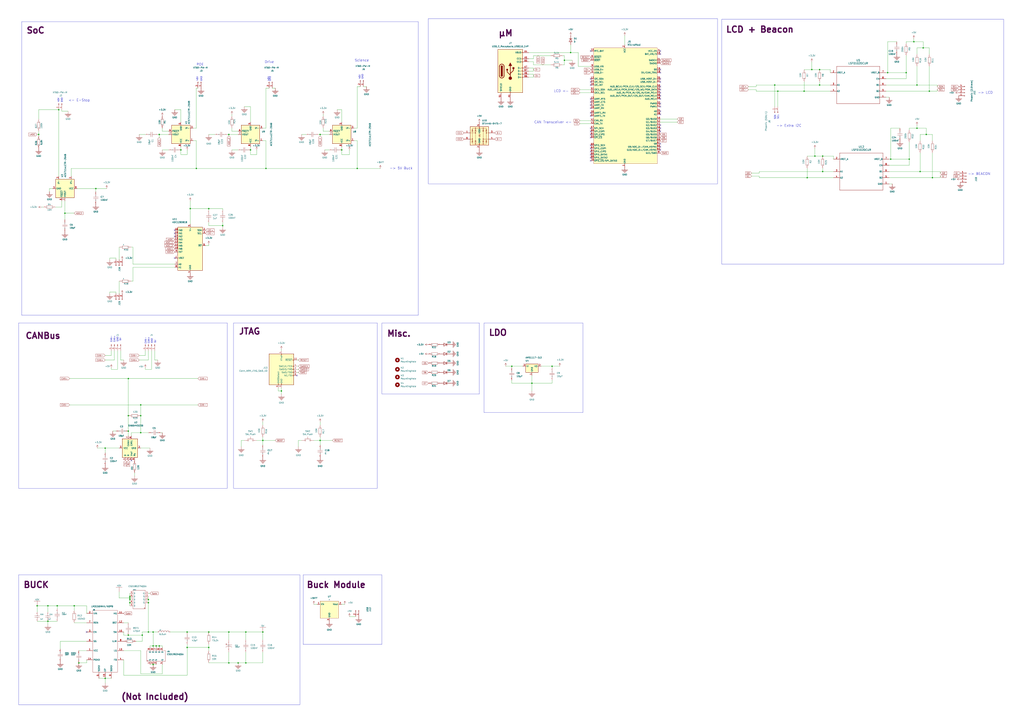
<source format=kicad_sch>
(kicad_sch (version 20231120) (generator "eeschema") (generator_version "8.0")
  (paper "A1")
  (junction (at 763.27 74.93))
  (junction (at 753.11 69.85))
  (junction (at 171.45 519.43))
  (junction (at 60.96 497.84))
  (junction (at 121.92 492.76))
  (junction (at 121.92 519.43))
  (junction (at 675.64 140.97))
  (junction (at 86.36 557.53))
  (junction (at 262.89 361.95))
  (junction (at 760.73 110.49))
  (junction (at 638.81 74.93))
  (junction (at 105.41 311.15))
  (junction (at 171.45 532.13))
  (junction (at 106.68 490.22))
  (junction (at 130.81 110.49))
  (junction (at 636.27 69.85))
  (junction (at 39.37 510.54))
  (junction (at 106.68 495.3))
  (junction (at 48.26 90.17))
  (junction (at 660.4 74.93))
  (junction (at 64.77 544.83))
  (junction (at 153.67 519.43))
  (junction (at 758.19 39.37))
  (junction (at 125.73 519.43))
  (junction (at 675.64 128.27))
  (junction (at 31.75 110.49))
  (junction (at 130.81 530.86))
  (junction (at 187.96 544.83))
  (junction (at 187.96 519.43))
  (junction (at 115.57 332.74))
  (junction (at 30.48 497.84))
  (junction (at 187.96 110.49))
  (junction (at 121.92 495.3))
  (junction (at 128.27 530.86))
  (junction (at 106.68 491.49))
  (junction (at 750.57 34.29))
  (junction (at 46.99 497.84))
  (junction (at 673.1 69.85))
  (junction (at 116.84 521.97))
  (junction (at 115.57 341.63))
  (junction (at 105.41 341.63))
  (junction (at 231.14 321.31))
  (junction (at 662.94 146.05))
  (junction (at 125.73 530.86))
  (junction (at 468.63 43.18))
  (junction (at 463.55 49.53))
  (junction (at 744.22 59.69))
  (junction (at 669.29 128.27))
  (junction (at 148.59 123.19))
  (junction (at 205.74 123.19))
  (junction (at 436.88 314.96))
  (junction (at 201.93 519.43))
  (junction (at 53.34 175.26))
  (junction (at 280.67 123.19))
  (junction (at 218.44 138.43))
  (junction (at 215.9 361.95))
  (junction (at 765.81 146.05))
  (junction (at 153.67 532.13))
  (junction (at 731.52 130.81))
  (junction (at 673.1 57.15))
  (junction (at 755.65 140.97))
  (junction (at 753.11 105.41))
  (junction (at 115.57 355.6))
  (junction (at 201.93 544.83))
  (junction (at 293.37 138.43))
  (junction (at 453.39 300.99))
  (junction (at 105.41 354.33))
  (junction (at 39.37 497.84))
  (junction (at 78.74 154.94))
  (junction (at 156.21 171.45))
  (junction (at 262.89 110.49))
  (junction (at 106.68 492.76))
  (junction (at 182.88 185.42))
  (junction (at 215.9 519.43))
  (junction (at 125.73 546.1))
  (junction (at 171.45 171.45))
  (junction (at 195.58 544.83))
  (junction (at 666.75 57.15))
  (junction (at 420.37 300.99))
  (junction (at 728.98 59.69))
  (junction (at 86.36 368.3))
  (junction (at 105.41 521.97))
  (junction (at 746.76 130.81))
  (junction (at 161.29 138.43))
  (no_connect (at 542.29 64.77))
  (no_connect (at 485.14 41.91))
  (no_connect (at 143.51 212.09))
  (no_connect (at 485.14 88.9))
  (no_connect (at 542.29 81.28))
  (no_connect (at 542.29 93.98))
  (no_connect (at 485.14 121.92))
  (no_connect (at 485.14 132.08))
  (no_connect (at 542.29 107.95))
  (no_connect (at 542.29 41.91))
  (no_connect (at 485.14 119.38))
  (no_connect (at 542.29 76.2))
  (no_connect (at 542.29 85.09))
  (no_connect (at 542.29 120.65))
  (no_connect (at 485.14 105.41))
  (no_connect (at 485.14 95.25))
  (no_connect (at 143.51 194.31))
  (no_connect (at 485.14 67.31))
  (no_connect (at 542.29 102.87))
  (no_connect (at 485.14 110.49))
  (no_connect (at 542.29 78.74))
  (no_connect (at 485.14 107.95))
  (no_connect (at 107.95 378.46))
  (no_connect (at 485.14 69.85))
  (no_connect (at 485.14 86.36))
  (no_connect (at 485.14 64.77))
  (no_connect (at 485.14 124.46))
  (no_connect (at 542.29 105.41))
  (no_connect (at 542.29 91.44))
  (no_connect (at 485.14 129.54))
  (no_connect (at 542.29 123.19))
  (no_connect (at 542.29 87.63))
  (no_connect (at 71.12 519.43))
  (no_connect (at 542.29 67.31))
  (no_connect (at 485.14 83.82))
  (no_connect (at 485.14 127))
  (no_connect (at 542.29 57.15))
  (no_connect (at 485.14 81.28))
  (no_connect (at 143.51 191.77))
  (no_connect (at 542.29 59.69))
  (no_connect (at 542.29 73.66))
  (no_connect (at 143.51 189.23))
  (no_connect (at 542.29 44.45))
  (no_connect (at 243.84 308.61))
  (no_connect (at 485.14 92.71))
  (no_connect (at 542.29 71.12))
  (no_connect (at 485.14 113.03))
  (no_connect (at 542.29 118.11))
  (wire (pts (xy 675.64 140.97) (xy 684.53 140.97)))
  (wire (pts (xy 746.76 130.81) (xy 746.76 135.89)))
  (wire (pts (xy 266.7 123.19) (xy 270.51 123.19)))
  (wire (pts (xy 156.21 171.45) (xy 171.45 171.45)))
  (wire (pts (xy 673.1 57.15) (xy 681.99 57.15)))
  (wire (pts (xy 107.95 355.6) (xy 107.95 358.14)))
  (wire (pts (xy 40.64 154.94) (xy 43.18 154.94)))
  (wire (pts (xy 86.36 295.91) (xy 93.98 295.91)))
  (wire (pts (xy 210.82 127) (xy 210.82 123.19)))
  (wire (pts (xy 171.45 200.66) (xy 171.45 201.93)))
  (wire (pts (xy 201.93 519.43) (xy 201.93 525.78)))
  (wire (pts (xy 434.34 55.88) (xy 438.15 55.88)))
  (wire (pts (xy 95.25 213.36) (xy 95.25 212.09)))
  (wire (pts (xy 438.15 45.72) (xy 438.15 48.26)))
  (wire (pts (xy 187.96 535.94) (xy 187.96 544.83)))
  (wire (pts (xy 744.22 59.69) (xy 744.22 64.77)))
  (wire (pts (xy 78.74 154.94) (xy 87.63 154.94)))
  (wire (pts (xy 97.79 486.41) (xy 97.79 491.49)))
  (wire (pts (xy 262.89 110.49) (xy 261.62 110.49)))
  (wire (pts (xy 760.73 110.49) (xy 765.81 110.49)))
  (wire (pts (xy 195.58 110.49) (xy 187.96 110.49)))
  (wire (pts (xy 161.29 115.57) (xy 161.29 138.43)))
  (wire (pts (xy 58.42 144.78) (xy 58.42 138.43)))
  (wire (pts (xy 228.6 321.31) (xy 231.14 321.31)))
  (wire (pts (xy 106.68 491.49) (xy 97.79 491.49)))
  (wire (pts (xy 91.44 292.1) (xy 91.44 288.29)))
  (wire (pts (xy 31.75 110.49) (xy 31.75 111.76)))
  (wire (pts (xy 474.98 54.61) (xy 485.14 54.61)))
  (wire (pts (xy 276.86 90.17) (xy 280.67 90.17)))
  (wire (pts (xy 257.81 496.57) (xy 260.35 496.57)))
  (wire (pts (xy 636.27 69.85) (xy 636.27 87.63)))
  (wire (pts (xy 228.6 318.77) (xy 228.6 321.31)))
  (wire (pts (xy 125.73 519.43) (xy 125.73 530.86)))
  (wire (pts (xy 198.12 361.95) (xy 200.66 361.95)))
  (wire (pts (xy 182.88 185.42) (xy 182.88 186.69)))
  (wire (pts (xy 133.35 105.41) (xy 133.35 107.95)))
  (wire (pts (xy 675.64 138.43) (xy 675.64 140.97)))
  (wire (pts (xy 187.96 519.43) (xy 201.93 519.43)))
  (wire (pts (xy 750.57 34.29) (xy 750.57 31.75)))
  (wire (pts (xy 49.53 527.05) (xy 49.53 533.4)))
  (wire (pts (xy 114.3 110.49) (xy 119.38 110.49)))
  (wire (pts (xy 106.68 492.76) (xy 106.68 495.3)))
  (wire (pts (xy 617.22 144.78) (xy 623.57 144.78)))
  (wire (pts (xy 205.74 87.63) (xy 205.74 100.33)))
  (wire (pts (xy 763.27 54.61) (xy 763.27 74.93)))
  (wire (pts (xy 727.71 69.85) (xy 753.11 69.85)))
  (wire (pts (xy 148.59 90.17) (xy 148.59 100.33)))
  (wire (pts (xy 231.14 318.77) (xy 231.14 321.31)))
  (wire (pts (xy 50.8 170.18) (xy 50.8 165.1)))
  (wire (pts (xy 614.68 71.12) (xy 621.03 71.12)))
  (wire (pts (xy 153.67 554.99) (xy 101.6 554.99)))
  (wire (pts (xy 436.88 314.96) (xy 453.39 314.96)))
  (wire (pts (xy 121.92 490.22) (xy 121.92 492.76)))
  (wire (pts (xy 190.5 105.41) (xy 190.5 107.95)))
  (wire (pts (xy 105.41 311.15) (xy 162.56 311.15)))
  (wire (pts (xy 760.73 105.41) (xy 760.73 110.49)))
  (wire (pts (xy 245.11 300.99) (xy 243.84 300.99)))
  (wire (pts (xy 758.19 39.37) (xy 763.27 39.37)))
  (wire (pts (xy 215.9 361.95) (xy 215.9 365.76)))
  (wire (pts (xy 623.57 144.78) (xy 623.57 146.05)))
  (wire (pts (xy 92.71 354.33) (xy 95.25 354.33)))
  (wire (pts (xy 753.11 105.41) (xy 753.11 102.87)))
  (wire (pts (xy 200.66 87.63) (xy 205.74 87.63)))
  (wire (pts (xy 283.21 496.57) (xy 280.67 496.57)))
  (wire (pts (xy 182.88 172.72) (xy 182.88 171.45)))
  (wire (pts (xy 161.29 72.39) (xy 162.56 72.39)))
  (wire (pts (xy 468.63 43.18) (xy 474.98 43.18)))
  (wire (pts (xy 638.81 74.93) (xy 638.81 87.63)))
  (wire (pts (xy 30.48 110.49) (xy 31.75 110.49)))
  (wire (pts (xy 119.38 303.53) (xy 119.38 302.26)))
  (wire (pts (xy 143.51 217.17) (xy 109.22 217.17)))
  (wire (pts (xy 39.37 497.84) (xy 46.99 497.84)))
  (wire (pts (xy 156.21 171.45) (xy 156.21 184.15)))
  (wire (pts (xy 60.96 497.84) (xy 60.96 501.65)))
  (wire (pts (xy 119.38 303.53) (xy 124.46 303.53)))
  (wire (pts (xy 727.71 80.01) (xy 730.25 80.01)))
  (wire (pts (xy 187.96 519.43) (xy 187.96 525.78)))
  (wire (pts (xy 63.5 154.94) (xy 78.74 154.94)))
  (wire (pts (xy 623.57 142.24) (xy 623.57 140.97)))
  (wire (pts (xy 97.79 231.14) (xy 97.79 241.3)))
  (wire (pts (xy 187.96 544.83) (xy 171.45 544.83)))
  (wire (pts (xy 105.41 311.15) (xy 105.41 341.63)))
  (wire (pts (xy 34.29 170.18) (xy 35.56 170.18)))
  (wire (pts (xy 463.55 49.53) (xy 463.55 53.34)))
  (wire (pts (xy 99.06 288.29) (xy 99.06 295.91)))
  (wire (pts (xy 666.75 50.8) (xy 666.75 57.15)))
  (wire (pts (xy 280.67 127) (xy 280.67 123.19)))
  (wire (pts (xy 662.94 146.05) (xy 684.53 146.05)))
  (wire (pts (xy 201.93 544.83) (xy 215.9 544.83)))
  (wire (pts (xy 730.25 146.05) (xy 765.81 146.05)))
  (wire (pts (xy 463.55 53.34) (xy 462.28 53.34)))
  (wire (pts (xy 115.57 332.74) (xy 162.56 332.74)))
  (wire (pts (xy 107.95 355.6) (xy 115.57 355.6)))
  (wire (pts (xy 133.35 530.86) (xy 130.81 530.86)))
  (wire (pts (xy 121.92 492.76) (xy 121.92 495.3)))
  (wire (pts (xy 125.73 546.1) (xy 128.27 546.1)))
  (wire (pts (xy 293.37 115.57) (xy 293.37 138.43)))
  (wire (pts (xy 153.67 519.43) (xy 139.7 519.43)))
  (wire (pts (xy 127 288.29) (xy 127 295.91)))
  (wire (pts (xy 730.25 151.13) (xy 732.79 151.13)))
  (wire (pts (xy 218.44 115.57) (xy 218.44 138.43)))
  (wire (pts (xy 171.45 201.93) (xy 168.91 201.93)))
  (wire (pts (xy 280.67 90.17) (xy 280.67 100.33)))
  (wire (pts (xy 109.22 203.2) (xy 109.22 217.17)))
  (wire (pts (xy 290.83 115.57) (xy 293.37 115.57)))
  (wire (pts (xy 673.1 67.31) (xy 673.1 69.85)))
  (wire (pts (xy 57.15 311.15) (xy 105.41 311.15)))
  (wire (pts (xy 215.9 361.95) (xy 226.06 361.95)))
  (wire (pts (xy 755.65 140.97) (xy 772.16 140.97)))
  (wire (pts (xy 187.96 519.43) (xy 171.45 519.43)))
  (wire (pts (xy 280.67 120.65) (xy 280.67 123.19)))
  (wire (pts (xy 161.29 115.57) (xy 158.75 115.57)))
  (wire (pts (xy 106.68 490.22) (xy 106.68 491.49)))
  (wire (pts (xy 86.36 372.11) (xy 86.36 368.3)))
  (wire (pts (xy 53.34 175.26) (xy 60.96 175.26)))
  (wire (pts (xy 744.22 35.56) (xy 744.22 34.29)))
  (wire (pts (xy 727.71 64.77) (xy 744.22 64.77)))
  (wire (pts (xy 772.16 144.78) (xy 772.16 146.05)))
  (wire (pts (xy 245.11 367.03) (xy 245.11 361.95)))
  (wire (pts (xy 293.37 71.12) (xy 295.91 71.12)))
  (wire (pts (xy 58.42 138.43) (xy 161.29 138.43)))
  (wire (pts (xy 158.75 105.41) (xy 161.29 105.41)))
  (wire (pts (xy 265.43 105.41) (xy 265.43 107.95)))
  (wire (pts (xy 114.3 292.1) (xy 119.38 292.1)))
  (wire (pts (xy 171.45 529.59) (xy 171.45 532.13)))
  (wire (pts (xy 744.22 34.29) (xy 750.57 34.29)))
  (wire (pts (xy 53.34 175.26) (xy 53.34 180.34)))
  (wire (pts (xy 182.88 171.45) (xy 171.45 171.45)))
  (wire (pts (xy 45.72 170.18) (xy 50.8 170.18)))
  (wire (pts (xy 101.6 521.97) (xy 105.41 521.97)))
  (wire (pts (xy 753.11 44.45) (xy 753.11 39.37)))
  (wire (pts (xy 215.9 115.57) (xy 218.44 115.57)))
  (wire (pts (xy 438.15 48.26) (xy 434.34 48.26)))
  (wire (pts (xy 109.22 219.71) (xy 109.22 231.14)))
  (wire (pts (xy 728.98 34.29) (xy 728.98 59.69)))
  (wire (pts (xy 198.12 367.03) (xy 198.12 361.95)))
  (wire (pts (xy 119.38 292.1) (xy 119.38 288.29)))
  (wire (pts (xy 476.25 76.2) (xy 485.14 76.2)))
  (wire (pts (xy 270.51 110.49) (xy 262.89 110.49)))
  (wire (pts (xy 121.92 295.91) (xy 121.92 288.29)))
  (wire (pts (xy 86.36 557.53) (xy 81.28 557.53)))
  (wire (pts (xy 105.41 521.97) (xy 116.84 521.97)))
  (wire (pts (xy 125.73 519.43) (xy 121.92 519.43)))
  (wire (pts (xy 755.65 125.73) (xy 755.65 140.97)))
  (wire (pts (xy 128.27 530.86) (xy 125.73 530.86)))
  (wire (pts (xy 46.99 500.38) (xy 46.99 497.84)))
  (wire (pts (xy 71.12 527.05) (xy 49.53 527.05)))
  (wire (pts (xy 171.45 182.88) (xy 171.45 185.42)))
  (wire (pts (xy 106.68 495.3) (xy 106.68 497.84)))
  (wire (pts (xy 153.67 532.13) (xy 153.67 554.99)))
  (wire (pts (xy 753.11 69.85) (xy 769.62 69.85)))
  (wire (pts (xy 287.02 506.73) (xy 292.1 506.73)))
  (wire (pts (xy 80.01 368.3) (xy 86.36 368.3)))
  (wire (pts (xy 182.88 182.88) (xy 182.88 185.42)))
  (wire (pts (xy 124.46 303.53) (xy 124.46 288.29)))
  (wire (pts (xy 101.6 542.29) (xy 101.6 554.99)))
  (wire (pts (xy 730.25 140.97) (xy 755.65 140.97)))
  (wire (pts (xy 133.35 553.72) (xy 115.57 553.72)))
  (wire (pts (xy 133.35 355.6) (xy 132.08 355.6)))
  (wire (pts (xy 245.11 306.07) (xy 243.84 306.07)))
  (wire (pts (xy 95.25 212.09) (xy 90.17 212.09)))
  (wire (pts (xy 434.34 60.96) (xy 438.15 60.96)))
  (wire (pts (xy 153.67 532.13) (xy 171.45 532.13)))
  (wire (pts (xy 39.37 510.54) (xy 39.37 513.08)))
  (wire (pts (xy 114.3 295.91) (xy 121.92 295.91)))
  (wire (pts (xy 621.03 74.93) (xy 638.81 74.93)))
  (wire (pts (xy 71.12 497.84) (xy 71.12 504.19)))
  (wire (pts (xy 96.52 303.53) (xy 96.52 288.29)))
  (wire (pts (xy 453.39 314.96) (xy 453.39 312.42)))
  (wire (pts (xy 129.54 519.43) (xy 125.73 519.43)))
  (wire (pts (xy 97.79 203.2) (xy 97.79 213.36)))
  (wire (pts (xy 684.53 128.27) (xy 684.53 130.81)))
  (wire (pts (xy 623.57 140.97) (xy 675.64 140.97)))
  (wire (pts (xy 755.65 115.57) (xy 755.65 110.49)))
  (wire (pts (xy 90.17 240.03) (xy 95.25 240.03)))
  (wire (pts (xy 265.43 107.95) (xy 270.51 107.95)))
  (wire (pts (xy 769.62 73.66) (xy 769.62 74.93)))
  (wire (pts (xy 210.82 127) (xy 205.74 127)))
  (wire (pts (xy 753.11 54.61) (xy 753.11 69.85)))
  (wire (pts (xy 133.35 530.86) (xy 133.35 532.13)))
  (wire (pts (xy 195.58 544.83) (xy 201.93 544.83)))
  (wire (pts (xy 293.37 138.43) (xy 312.42 138.43)))
  (wire (pts (xy 57.15 332.74) (xy 115.57 332.74)))
  (wire (pts (xy 434.34 63.5) (xy 438.15 63.5)))
  (wire (pts (xy 621.03 73.66) (xy 621.03 74.93)))
  (wire (pts (xy 116.84 521.97) (xy 116.84 519.43)))
  (wire (pts (xy 262.89 110.49) (xy 262.89 111.76)))
  (wire (pts (xy 614.68 73.66) (xy 621.03 73.66)))
  (wire (pts (xy 638.81 74.93) (xy 660.4 74.93)))
  (wire (pts (xy 744.22 45.72) (xy 744.22 59.69)))
  (wire (pts (xy 300.99 71.12) (xy 298.45 71.12)))
  (wire (pts (xy 171.45 110.49) (xy 176.53 110.49)))
  (wire (pts (xy 106.68 487.68) (xy 106.68 490.22)))
  (wire (pts (xy 143.51 90.17) (xy 148.59 90.17)))
  (wire (pts (xy 161.29 138.43) (xy 218.44 138.43)))
  (wire (pts (xy 110.49 388.62) (xy 110.49 391.16)))
  (wire (pts (xy 215.9 544.83) (xy 215.9 535.94)))
  (wire (pts (xy 115.57 355.6) (xy 121.92 355.6)))
  (wire (pts (xy 623.57 146.05) (xy 662.94 146.05)))
  (wire (pts (xy 730.25 135.89) (xy 746.76 135.89)))
  (wire (pts (xy 476.25 101.6) (xy 485.14 101.6)))
  (wire (pts (xy 728.98 59.69) (xy 744.22 59.69)))
  (wire (pts (xy 64.77 544.83) (xy 71.12 544.83)))
  (wire (pts (xy 245.11 361.95) (xy 247.65 361.95)))
  (wire (pts (xy 420.37 314.96) (xy 436.88 314.96)))
  (wire (pts (xy 93.98 295.91) (xy 93.98 288.29)))
  (wire (pts (xy 247.65 110.49) (xy 251.46 110.49)))
  (wire (pts (xy 86.36 368.3) (xy 97.79 368.3)))
  (wire (pts (xy 116.84 527.05) (xy 116.84 521.97)))
  (wire (pts (xy 453.39 300.99) (xy 459.74 300.99)))
  (wire (pts (xy 201.93 544.83) (xy 201.93 535.94)))
  (wire (pts (xy 30.48 497.84) (xy 39.37 497.84)))
  (wire (pts (xy 476.25 99.06) (xy 485.14 99.06)))
  (wire (pts (xy 675.64 128.27) (xy 684.53 128.27)))
  (wire (pts (xy 133.35 107.95) (xy 138.43 107.95)))
  (wire (pts (xy 730.25 130.81) (xy 731.52 130.81)))
  (wire (pts (xy 115.57 534.67) (xy 115.57 553.72)))
  (wire (pts (xy 434.34 43.18) (xy 468.63 43.18)))
  (wire (pts (xy 753.11 39.37) (xy 758.19 39.37)))
  (wire (pts (xy 31.75 90.17) (xy 48.26 90.17)))
  (wire (pts (xy 681.99 57.15) (xy 681.99 59.69)))
  (wire (pts (xy 171.45 171.45) (xy 171.45 172.72)))
  (wire (pts (xy 215.9 105.41) (xy 218.44 105.41)))
  (wire (pts (xy 107.95 231.14) (xy 109.22 231.14)))
  (wire (pts (xy 753.11 105.41) (xy 760.73 105.41)))
  (wire (pts (xy 453.39 300.99) (xy 453.39 302.26)))
  (wire (pts (xy 148.59 127) (xy 148.59 123.19)))
  (wire (pts (xy 95.25 240.03) (xy 95.25 241.3)))
  (wire (pts (xy 763.27 39.37) (xy 763.27 44.45)))
  (wire (pts (xy 46.99 497.84) (xy 60.96 497.84)))
  (wire (pts (xy 468.63 36.83) (xy 468.63 43.18)))
  (wire (pts (xy 107.95 203.2) (xy 109.22 203.2)))
  (wire (pts (xy 746.76 106.68) (xy 746.76 105.41)))
  (wire (pts (xy 293.37 71.12) (xy 293.37 105.41)))
  (wire (pts (xy 215.9 519.43) (xy 201.93 519.43)))
  (wire (pts (xy 438.15 60.96) (xy 438.15 63.5)))
  (wire (pts (xy 115.57 341.63) (xy 115.57 355.6)))
  (wire (pts (xy 746.76 116.84) (xy 746.76 130.81)))
  (wire (pts (xy 105.41 341.63) (xy 105.41 354.33)))
  (wire (pts (xy 621.03 71.12) (xy 621.03 69.85)))
  (wire (pts (xy 205.74 127) (xy 205.74 123.19)))
  (wire (pts (xy 218.44 72.39) (xy 220.98 72.39)))
  (wire (pts (xy 171.45 532.13) (xy 171.45 534.67)))
  (wire (pts (xy 130.81 110.49) (xy 130.81 113.03)))
  (wire (pts (xy 30.48 497.84) (xy 30.48 502.92)))
  (wire (pts (xy 621.03 69.85) (xy 636.27 69.85)))
  (wire (pts (xy 750.57 34.29) (xy 758.19 34.29)))
  (wire (pts (xy 130.81 530.86) (xy 128.27 530.86)))
  (wire (pts (xy 121.92 495.3) (xy 121.92 519.43)))
  (wire (pts (xy 46.99 510.54) (xy 39.37 510.54)))
  (wire (pts (xy 265.43 93.98) (xy 265.43 95.25)))
  (wire (pts (xy 101.6 295.91) (xy 99.06 295.91)))
  (wire (pts (xy 290.83 105.41) (xy 293.37 105.41)))
  (wire (pts (xy 769.62 69.85) (xy 769.62 71.12)))
  (wire (pts (xy 420.37 300.99) (xy 429.26 300.99)))
  (wire (pts (xy 617.22 142.24) (xy 623.57 142.24)))
  (wire (pts (xy 758.19 34.29) (xy 758.19 39.37)))
  (wire (pts (xy 662.94 138.43) (xy 662.94 146.05)))
  (wire (pts (xy 669.29 128.27) (xy 675.64 128.27)))
  (wire (pts (xy 91.44 303.53) (xy 96.52 303.53)))
  (wire (pts (xy 153.67 127) (xy 148.59 127)))
  (wire (pts (xy 474.98 43.18) (xy 474.98 54.61)))
  (wire (pts (xy 125.73 530.86) (xy 125.73 532.13)))
  (wire (pts (xy 444.5 300.99) (xy 453.39 300.99)))
  (wire (pts (xy 190.5 123.19) (xy 195.58 123.19)))
  (wire (pts (xy 463.55 45.72) (xy 463.55 49.53)))
  (wire (pts (xy 436.88 308.61) (xy 436.88 314.96)))
  (wire (pts (xy 143.51 219.71) (xy 109.22 219.71)))
  (wire (pts (xy 436.88 314.96) (xy 436.88 321.31)))
  (wire (pts (xy 133.35 123.19) (xy 138.43 123.19)))
  (wire (pts (xy 116.84 519.43) (xy 121.92 519.43)))
  (wire (pts (xy 53.34 165.1) (xy 53.34 175.26)))
  (wire (pts (xy 731.52 105.41) (xy 731.52 130.81)))
  (wire (pts (xy 415.29 300.99) (xy 420.37 300.99)))
  (wire (pts (xy 161.29 105.41) (xy 161.29 72.39)))
  (wire (pts (xy 171.45 519.43) (xy 153.67 519.43)))
  (wire (pts (xy 31.75 97.79) (xy 31.75 90.17)))
  (wire (pts (xy 438.15 53.34) (xy 452.12 53.34)))
  (wire (pts (xy 746.76 105.41) (xy 753.11 105.41)))
  (wire (pts (xy 660.4 74.93) (xy 681.99 74.93)))
  (wire (pts (xy 101.6 521.97) (xy 101.6 519.43)))
  (wire (pts (xy 190.5 93.98) (xy 190.5 95.25)))
  (wire (pts (xy 438.15 50.8) (xy 438.15 53.34)))
  (wire (pts (xy 39.37 502.92) (xy 39.37 497.84)))
  (wire (pts (xy 115.57 332.74) (xy 115.57 341.63)))
  (wire (pts (xy 210.82 361.95) (xy 215.9 361.95)))
  (wire (pts (xy 231.14 321.31) (xy 231.14 323.85)))
  (wire (pts (xy 215.9 359.41) (xy 215.9 361.95)))
  (wire (pts (xy 90.17 240.03) (xy 90.17 241.3)))
  (wire (pts (xy 121.92 487.68) (xy 123.19 487.68)))
  (wire (pts (xy 39.37 510.54) (xy 30.48 510.54)))
  (wire (pts (xy 116.84 527.05) (xy 111.76 527.05)))
  (wire (pts (xy 106.68 491.49) (xy 106.68 492.76)))
  (wire (pts (xy 86.36 557.53) (xy 86.36 561.34)))
  (wire (pts (xy 452.12 45.72) (xy 438.15 45.72)))
  (wire (pts (xy 434.34 58.42) (xy 438.15 58.42)))
  (wire (pts (xy 463.55 49.53) (xy 469.9 49.53)))
  (wire (pts (xy 763.27 74.93) (xy 769.62 74.93)))
  (wire (pts (xy 765.81 110.49) (xy 765.81 115.57)))
  (wire (pts (xy 148.59 120.65) (xy 148.59 123.19)))
  (wire (pts (xy 123.19 546.1) (xy 125.73 546.1)))
  (wire (pts (xy 438.15 55.88) (xy 438.15 58.42)))
  (wire (pts (xy 153.67 529.59) (xy 153.67 532.13)))
  (wire (pts (xy 215.9 519.43) (xy 215.9 525.78)))
  (wire (pts (xy 64.77 534.67) (xy 71.12 534.67)))
  (wire (pts (xy 542.29 100.33) (xy 556.26 100.33)))
  (wire (pts (xy 105.41 354.33) (xy 105.41 358.14)))
  (wire (pts (xy 673.1 69.85) (xy 681.99 69.85)))
  (wire (pts (xy 476.25 73.66) (xy 485.14 73.66)))
  (wire (pts (xy 86.36 292.1) (xy 91.44 292.1)))
  (wire (pts (xy 50.8 90.17) (xy 50.8 91.44)))
  (wire (pts (xy 91.44 303.53) (xy 91.44 302.26)))
  (wire (pts (xy 231.14 287.02) (xy 231.14 288.29)))
  (wire (pts (xy 215.9 346.71) (xy 215.9 349.25)))
  (wire (pts (xy 71.12 511.81) (xy 60.96 511.81)))
  (wire (pts (xy 218.44 138.43) (xy 293.37 138.43)))
  (wire (pts (xy 187.96 544.83) (xy 195.58 544.83)))
  (wire (pts (xy 71.12 497.84) (xy 60.96 497.84)))
  (wire (pts (xy 153.67 127) (xy 153.67 123.19)))
  (wire (pts (xy 156.21 165.1) (xy 156.21 171.45)))
  (wire (pts (xy 101.6 511.81) (xy 105.41 511.81)))
  (wire (pts (xy 542.29 97.79) (xy 556.26 97.79)))
  (wire (pts (xy 727.71 74.93) (xy 763.27 74.93)))
  (wire (pts (xy 420.37 312.42) (xy 420.37 314.96)))
  (wire (pts (xy 190.5 107.95) (xy 195.58 107.95)))
  (wire (pts (xy 171.45 185.42) (xy 182.88 185.42)))
  (wire (pts (xy 772.16 140.97) (xy 772.16 142.24)))
  (wire (pts (xy 138.43 110.49) (xy 130.81 110.49)))
  (wire (pts (xy 755.65 110.49) (xy 760.73 110.49)))
  (wire (pts (xy 739.14 105.41) (xy 731.52 105.41)))
  (wire (pts (xy 40.64 157.48) (xy 40.64 154.94)))
  (wire (pts (xy 669.29 121.92) (xy 669.29 128.27)))
  (wire (pts (xy 187.96 110.49) (xy 187.96 111.76)))
  (wire (pts (xy 125.73 530.86) (xy 123.19 530.86)))
  (wire (pts (xy 262.89 361.95) (xy 273.05 361.95)))
  (wire (pts (xy 115.57 368.3) (xy 123.19 368.3)))
  (wire (pts (xy 86.36 557.53) (xy 91.44 557.53)))
  (wire (pts (xy 48.26 90.17) (xy 48.26 144.78)))
  (wire (pts (xy 31.75 107.95) (xy 31.75 110.49)))
  (wire (pts (xy 662.94 128.27) (xy 669.29 128.27)))
  (wire (pts (xy 218.44 72.39) (xy 218.44 105.41)))
  (wire (pts (xy 128.27 530.86) (xy 128.27 532.13)))
  (wire (pts (xy 765.81 125.73) (xy 765.81 146.05)))
  (wire (pts (xy 115.57 534.67) (xy 101.6 534.67)))
  (wire (pts (xy 262.89 359.41) (xy 262.89 361.95)))
  (wire (pts (xy 226.06 72.39) (xy 223.52 72.39)))
  (wire (pts (xy 462.28 45.72) (xy 463.55 45.72)))
  (wire (pts (xy 513.08 29.21) (xy 513.08 36.83)))
  (wire (pts (xy 262.89 361.95) (xy 262.89 365.76)))
  (wire (pts (xy 71.12 544.83) (xy 71.12 542.29)))
  (wire (pts (xy 133.35 553.72) (xy 133.35 546.1)))
  (wire (pts (xy 123.19 530.86) (xy 123.19 532.13)))
  (wire (pts (xy 434.34 50.8) (xy 438.15 50.8)))
  (wire (pts (xy 660.4 67.31) (xy 660.4 74.93)))
  (wire (pts (xy 205.74 120.65) (xy 205.74 123.19)))
  (wire (pts (xy 257.81 361.95) (xy 262.89 361.95)))
  (wire (pts (xy 727.71 59.69) (xy 728.98 59.69)))
  (wire (pts (xy 731.52 130.81) (xy 746.76 130.81)))
  (wire (pts (xy 130.81 530.86) (xy 130.81 532.13)))
  (wire (pts (xy 666.75 57.15) (xy 673.1 57.15)))
  (wire (pts (xy 420.37 300.99) (xy 420.37 302.26)))
  (wire (pts (xy 129.54 110.49) (xy 130.81 110.49)))
  (wire (pts (xy 187.96 110.49) (xy 186.69 110.49)))
  (wire (pts (xy 78.74 154.94) (xy 78.74 157.48)))
  (wire (pts (xy 636.27 69.85) (xy 673.1 69.85)))
  (wire (pts (xy 660.4 57.15) (xy 666.75 57.15)))
  (wire (pts (xy 287.02 127) (xy 280.67 127)))
  (wire (pts (xy 287.02 127) (xy 287.02 123.19)))
  (wire (pts (xy 736.6 34.29) (xy 728.98 34.29)))
  (wire (pts (xy 90.17 212.09) (xy 90.17 213.36)))
  (wire (pts (xy 245.11 303.53) (xy 243.84 303.53)))
  (wire (pts (xy 765.81 146.05) (xy 772.16 146.05)))
  (wire (pts (xy 245.11 295.91) (xy 243.84 295.91)))
  (wire (pts (xy 262.89 346.71) (xy 262.89 349.25)))
  (wire (pts (xy 55.88 91.44) (xy 50.8 91.44)))
  (wire (pts (xy 129.54 295.91) (xy 127 295.91)))
  (rectangle (start 15.24 472.44) (end 246.38 579.12))
  (rectangle (start 15.24 265.43) (end 186.69 401.32))
  (rectangle (start 313.69 265.43) (end 393.7 323.85))
  (rectangle (start 592.836 15.748) (end 824.23 217.17))
  (rectangle (start 17.78 17.78) (end 343.535 259.08))
  (rectangle (start 397.51 265.43) (end 478.79 339.09))
  (rectangle (start 351.79 15.24) (end 589.28 151.13))
  (rectangle (start 248.92 472.44) (end 313.69 529.59))
  (rectangle (start 191.77 265.43) (end 309.88 401.32))
  (text "GND" (at 221.742 64.77 90) (effects (font (size 1.27 1.27))))
  (text "GND" (at 96.52 278.892 90) (effects (font (size 1.27 1.27))))
  (text "JTAG" (at 204.978 272.542 0) (effects (font (size 5 5) (bold yes))))
  (text "40V" (at 162.052 64.77 90) (effects (font (size 1.27 1.27))))
  (text "CAN+" (at 122.174 279.654 90) (effects (font (size 1.27 1.27))))
  (text "Misc." (at 327.66 274.32 0) (effects (font (size 5 5) (bold yes))))
  (text "SoC" (at 29.21 25.146 0) (effects (font (size 5 5) (bold yes))))
  (text " -> LCD" (at 808.482 76.2 0) (effects (font (size 2 2))))
  (text "CANBus" (at 35.306 276.098 0) (effects (font (size 5 5) (bold yes))))
  (text "5V" (at 127.508 280.67 90) (effects (font (size 1.27 1.27))))
  (text " -> 5V Buck" (at 328.676 138.43 0) (effects (font (size 2 2))))
  (text "SCL" (at 639.064 96.012 90) (effects (font (size 1.27 1.27))))
  (text "POE" (at 164.338 53.086 0) (effects (font (size 2 2))))
  (text "CAN-" (at 119.634 279.908 90) (effects (font (size 1.27 1.27))))
  (text "Drive" (at 221.234 51.054 0) (effects (font (size 2 2))))
  (text "Science" (at 297.18 49.784 0) (effects (font (size 2 2))))
  (text "<- E-Stop" (at 65.024 82.55 0) (effects (font (size 2 2))))
  (text "BUCK" (at 29.718 480.822 0) (effects (font (size 5 5) (bold yes))))
  (text "LCD <-" (at 461.01 74.93 0) (effects (font (size 2 2))))
  (text "40V" (at 295.402 63.246 90) (effects (font (size 1.27 1.27))))
  (text "SDA" (at 636.524 96.266 90) (effects (font (size 1.27 1.27))))
  (text "GND" (at 165.354 64.77 90) (effects (font (size 1.27 1.27))))
  (text "LDO" (at 408.94 273.558 0) (effects (font (size 5 5) (bold yes))))
  (text "40V" (at 220.472 64.77 90) (effects (font (size 1.27 1.27))))
  (text "CAN Transceiver <-" (at 454.152 100.584 0) (effects (font (size 2 2))))
  (text "(Not Included)" (at 127.254 572.77 0) (effects (font (size 5 5) (bold yes))))
  (text " -> Extra I2C" (at 647.192 103.378 0) (effects (font (size 2 2))))
  (text "GND" (at 124.714 280.162 90) (effects (font (size 1.27 1.27))))
  (text "GND" (at 50.8 82.296 90) (effects (font (size 1.27 1.27))))
  (text "CAN-" (at 91.44 278.638 90) (effects (font (size 1.27 1.27))))
  (text "40V" (at 48.006 82.296 90) (effects (font (size 1.27 1.27))))
  (text "-> BEACON" (at 804.164 143.002 0) (effects (font (size 2 2))))
  (text "LCD + Beacon" (at 624.078 24.384 0) (effects (font (size 5 5) (bold yes))))
  (text "5V" (at 98.806 278.892 90) (effects (font (size 1.27 1.27))))
  (text "CAN+" (at 93.98 278.638 90) (effects (font (size 1.27 1.27))))
  (text "Buck Module" (at 276.098 480.822 0) (effects (font (size 5 5) (bold yes))))
  (text "GND" (at 297.688 62.992 90) (effects (font (size 1.27 1.27))))
  (text "µM" (at 415.29 27.432 0) (effects (font (size 5 5) (bold yes))))
  (global_label "CC1" (shape input) (at 441.96 45.72 270) (property "Intersheetrefs" "${INTERSHEET_REFS}" (effects (hide yes))))
  (global_label "ADC2" (shape input) (at 143.51 207.01 180) (property "Intersheetrefs" "${INTERSHEET_REFS}" (effects (hide yes))))
  (global_label "G0" (shape input) (at 556.26 97.79 0) (property "Intersheetrefs" "${INTERSHEET_REFS}" (effects (hide yes))))
  (global_label "D+" (shape input) (at 406.4 109.22 0) (property "Intersheetrefs" "${INTERSHEET_REFS}" (effects (hide yes))))
  (global_label "CAN-" (shape input) (at 86.36 292.1 180) (property "Intersheetrefs" "${INTERSHEET_REFS}" (effects (hide yes))))
  (global_label "RX" (shape input) (at 476.25 99.06 180) (property "Intersheetrefs" "${INTERSHEET_REFS}" (effects (hide yes))))
  (global_label "RESET" (shape input) (at 245.11 295.91 0) (property "Intersheetrefs" "${INTERSHEET_REFS}" (effects (hide yes))))
  (global_label "I2C+" (shape input) (at 168.91 189.23 0) (property "Intersheetrefs" "${INTERSHEET_REFS}" (effects (hide yes))))
  (global_label "I2C+" (shape input) (at 476.25 73.66 180) (property "Intersheetrefs" "${INTERSHEET_REFS}" (effects (hide yes))))
  (global_label "ADC2" (shape input) (at 60.96 175.26 0) (property "Intersheetrefs" "${INTERSHEET_REFS}" (effects (hide yes))))
  (global_label "CAN+" (shape input) (at 57.15 311.15 180) (property "Intersheetrefs" "${INTERSHEET_REFS}" (effects (hide yes))))
  (global_label "BOOT" (shape input) (at 226.06 361.95 0) (property "Intersheetrefs" "${INTERSHEET_REFS}" (effects (hide yes))))
  (global_label "SWO" (shape input) (at 542.29 125.73 0) (property "Intersheetrefs" "${INTERSHEET_REFS}" (effects (hide yes))))
  (global_label "CC2" (shape input) (at 381 114.3 180) (property "Intersheetrefs" "${INTERSHEET_REFS}" (effects (hide yes))))
  (global_label "SDA" (shape input) (at 769.62 71.12 0) (property "Intersheetrefs" "${INTERSHEET_REFS}" (effects (hide yes))))
  (global_label "SWDCK" (shape input) (at 245.11 300.99 0) (property "Intersheetrefs" "${INTERSHEET_REFS}" (effects (hide yes))))
  (global_label "I2C-" (shape input) (at 168.91 191.77 0) (property "Intersheetrefs" "${INTERSHEET_REFS}" (effects (hide yes))))
  (global_label "ADC_2" (shape input) (at 143.51 201.93 180) (property "Intersheetrefs" "${INTERSHEET_REFS}" (effects (hide yes))))
  (global_label "GI'" (shape input) (at 788.67 142.24 180) (property "Intersheetrefs" "${INTERSHEET_REFS}" (effects (hide yes))))
  (global_label "vADC" (shape input) (at 30.48 110.49 180) (property "Intersheetrefs" "${INTERSHEET_REFS}" (effects (hide yes))))
  (global_label "SCL" (shape input) (at 769.62 73.66 0) (property "Intersheetrefs" "${INTERSHEET_REFS}" (effects (hide yes))))
  (global_label "CAN+" (shape input) (at 162.56 311.15 0) (property "Intersheetrefs" "${INTERSHEET_REFS}" (effects (hide yes))))
  (global_label "vADC" (shape input) (at 143.51 196.85 180) (property "Intersheetrefs" "${INTERSHEET_REFS}" (effects (hide yes))))
  (global_label "D5" (shape input) (at 542.29 110.49 0) (property "Intersheetrefs" "${INTERSHEET_REFS}" (effects (hide yes))))
  (global_label "Gate" (shape input) (at 101.6 504.19 0) (property "Intersheetrefs" "${INTERSHEET_REFS}" (effects (hide yes))))
  (global_label "SCL" (shape input) (at 787.4 71.12 180) (property "Intersheetrefs" "${INTERSHEET_REFS}" (effects (hide yes))))
  (global_label "SWO" (shape input) (at 245.11 306.07 0) (property "Intersheetrefs" "${INTERSHEET_REFS}" (effects (hide yes))))
  (global_label "SWDIO" (shape input) (at 542.29 52.07 0) (property "Intersheetrefs" "${INTERSHEET_REFS}" (effects (hide yes))))
  (global_label "CAN+" (shape input) (at 114.3 295.91 180) (property "Intersheetrefs" "${INTERSHEET_REFS}" (effects (hide yes))))
  (global_label "SWDCK" (shape input) (at 542.29 49.53 0) (property "Intersheetrefs" "${INTERSHEET_REFS}" (effects (hide yes))))
  (global_label "ADC_1" (shape input) (at 262.89 111.76 270) (property "Intersheetrefs" "${INTERSHEET_REFS}" (effects (hide yes))))
  (global_label "ADC_1" (shape input) (at 143.51 199.39 180) (property "Intersheetrefs" "${INTERSHEET_REFS}" (effects (hide yes))))
  (global_label "G1" (shape input) (at 556.26 100.33 0) (property "Intersheetrefs" "${INTERSHEET_REFS}" (effects (hide yes))))
  (global_label "D-" (shape input) (at 406.4 114.3 0) (property "Intersheetrefs" "${INTERSHEET_REFS}" (effects (hide yes))))
  (global_label "RX" (shape input) (at 105.41 378.46 270) (property "Intersheetrefs" "${INTERSHEET_REFS}" (effects (hide yes))))
  (global_label "D-" (shape input) (at 485.14 59.69 180) (property "Intersheetrefs" "${INTERSHEET_REFS}" (effects (hide yes))))
  (global_label "CC2" (shape input) (at 445.77 53.34 90) (property "Intersheetrefs" "${INTERSHEET_REFS}" (effects (hide yes))))
  (global_label "D5" (shape input) (at 351.79 298.45 180) (property "Intersheetrefs" "${INTERSHEET_REFS}" (effects (hide yes))))
  (global_label "TX" (shape input) (at 476.25 101.6 180) (property "Intersheetrefs" "${INTERSHEET_REFS}" (effects (hide yes))))
  (global_label "CAN-" (shape input) (at 162.56 332.74 0) (property "Intersheetrefs" "${INTERSHEET_REFS}" (effects (hide yes))))
  (global_label "BOOT" (shape input) (at 485.14 49.53 180) (property "Intersheetrefs" "${INTERSHEET_REFS}" (effects (hide yes))))
  (global_label "SWDIO" (shape input) (at 245.11 303.53 0) (property "Intersheetrefs" "${INTERSHEET_REFS}" (effects (hide yes))))
  (global_label "D6" (shape input) (at 542.29 113.03 0) (property "Intersheetrefs" "${INTERSHEET_REFS}" (effects (hide yes))))
  (global_label "ADC1" (shape input) (at 130.81 113.03 270) (property "Intersheetrefs" "${INTERSHEET_REFS}" (effects (hide yes))))
  (global_label "RESET" (shape input) (at 273.05 361.95 0) (property "Intersheetrefs" "${INTERSHEET_REFS}" (effects (hide yes))))
  (global_label "G0'" (shape input) (at 788.67 144.78 180) (property "Intersheetrefs" "${INTERSHEET_REFS}" (effects (hide yes))))
  (global_label "ADC_2" (shape input) (at 187.96 111.76 270) (property "Intersheetrefs" "${INTERSHEET_REFS}" (effects (hide yes))))
  (global_label "D+" (shape input) (at 438.15 62.23 0) (property "Intersheetrefs" "${INTERSHEET_REFS}" (effects (hide yes))))
  (global_label "G0'" (shape input) (at 772.16 142.24 0) (property "Intersheetrefs" "${INTERSHEET_REFS}" (effects (hide yes))))
  (global_label "GI'" (shape input) (at 772.16 144.78 0) (property "Intersheetrefs" "${INTERSHEET_REFS}" (effects (hide yes))))
  (global_label "D-" (shape input) (at 438.15 57.15 0) (property "Intersheetrefs" "${INTERSHEET_REFS}" (effects (hide yes))))
  (global_label "CAN-" (shape input) (at 57.15 332.74 180) (property "Intersheetrefs" "${INTERSHEET_REFS}" (effects (hide yes))))
  (global_label "CAN+" (shape input) (at 86.36 295.91 180) (property "Intersheetrefs" "${INTERSHEET_REFS}" (effects (hide yes))))
  (global_label "CAN-" (shape input) (at 114.3 292.1 180) (property "Intersheetrefs" "${INTERSHEET_REFS}" (effects (hide yes))))
  (global_label "G1" (shape input) (at 617.22 144.78 180) (property "Intersheetrefs" "${INTERSHEET_REFS}" (effects (hide yes))))
  (global_label "D6" (shape input) (at 351.79 306.07 180) (property "Intersheetrefs" "${INTERSHEET_REFS}" (effects (hide yes))))
  (global_label "TX" (shape input) (at 102.87 378.46 270) (property "Intersheetrefs" "${INTERSHEET_REFS}" (effects (hide yes))))
  (global_label "G0" (shape input) (at 617.22 142.24 180) (property "Intersheetrefs" "${INTERSHEET_REFS}" (effects (hide yes))))
  (global_label "D+" (shape input) (at 485.14 57.15 180) (property "Intersheetrefs" "${INTERSHEET_REFS}" (effects (hide yes))))
  (global_label "I2C-" (shape input) (at 476.25 76.2 180) (property "Intersheetrefs" "${INTERSHEET_REFS}" (effects (hide yes))))
  (global_label "I2C+" (shape input) (at 614.68 71.12 180) (property "Intersheetrefs" "${INTERSHEET_REFS}" (effects (hide yes))))
  (global_label "D7" (shape input) (at 542.29 115.57 0) (property "Intersheetrefs" "${INTERSHEET_REFS}" (effects (hide yes))))
  (global_label "D7" (shape input) (at 351.79 314.96 180) (property "Intersheetrefs" "${INTERSHEET_REFS}" (effects (hide yes))))
  (global_label "SDA" (shape input) (at 787.4 73.66 180) (property "Intersheetrefs" "${INTERSHEET_REFS}" (effects (hide yes))))
  (global_label "Gate" (shape input) (at 123.19 487.68 0) (property "Intersheetrefs" "${INTERSHEET_REFS}" (effects (hide yes))))
  (global_label "ADC1" (shape input) (at 143.51 204.47 180) (property "Intersheetrefs" "${INTERSHEET_REFS}" (effects (hide yes))))
  (global_label "CC1" (shape input) (at 381 109.22 180) (property "Intersheetrefs" "${INTERSHEET_REFS}" (effects (hide yes))))
  (global_label "RESET" (shape input) (at 485.14 46.99 180) (property "Intersheetrefs" "${INTERSHEET_REFS}" (effects (hide yes))))
  (global_label "I2C-" (shape input) (at 614.68 73.66 180) (property "Intersheetrefs" "${INTERSHEET_REFS}" (effects (hide yes))))
  (symbol (lib_id "finalhand-easyedapro:Res") (at 190.5 100.33 90) (unit 1)
    (property "Reference" "R24" (at 193.294 101.6 0) (effects (justify left bottom)))
    (property "Value" "10K" (at 188.976 102.362 0) (effects (justify left bottom)))
    (property "Footprint" "Resistor_SMD:R_0603_1608Metric" (effects (hide yes)))
  )
  (symbol (lib_id "finalhand-easyedapro:SRR1208-6R5ML") (at 134.62 519.43 0) (unit 1) (exclude_from_sim yes) (on_board no)
    (property "Reference" "L1" (at 130.81 518.16 0) (effects (font (size 0.8382 0.8382)) (justify left bottom)))
    (property "Value" "6.5uH" (at 130.81 521.97 0) (effects (justify left bottom)))
    (property "Footprint" "finalhand-easyedapro:IND-SMD_L12.7-W12.7" (effects (hide yes)))
  )
  (symbol (lib_id "finalhand-easyedapro:Ground-GND") (at 101.6 295.91 0) (unit 1)
    (property "Reference" "#PWR02" (effects (hide yes)))
    (property "Value" "GND" (at 101.6 302.26 0))
    (property "Footprint" "finalhand-easyedapro:" (effects (hide yes)))
    (property "Description" "Power symbol creates a global label with name 'GND'" (effects (hide yes)))
  )
  (symbol (lib_id "power:+5V") (at 283.21 496.57 0) (unit 1)
    (property "Reference" "#PWR052" (effects (hide yes)))
    (property "Value" "+5V" (at 285.75 495.2999 0) (effects (justify left)))
    (property "Description" "Power symbol creates a global label with name \"+5V\"" (effects (hide yes)))
  )
  (symbol (lib_id "finalhand-easyedapro:Ground-GND") (at 200.66 87.63 0) (unit 1)
    (property "Reference" "#PWR082" (effects (hide yes)))
    (property "Value" "GND" (at 200.66 93.98 0))
    (property "Footprint" "finalhand-easyedapro:" (effects (hide yes)))
    (property "Description" "Power symbol creates a global label with name 'GND'" (effects (hide yes)))
  )
  (symbol (lib_id "finalhand-easyedapro:Res") (at 755.65 120.65 270) (unit 1)
    (property "Reference" "R33" (at 757.682 118.872 0) (effects (justify left bottom)))
    (property "Value" "10K" (at 751.84 118.11 0) (effects (justify left bottom)))
    (property "Footprint" "Resistor_SMD:R_0603_1608Metric" (effects (hide yes)))
  )
  (symbol (lib_id "finalhand-easyedapro:Ground-GND") (at 730.25 80.01 0) (unit 1)
    (property "Reference" "#PWR029" (effects (hide yes)))
    (property "Value" "GND" (at 730.25 86.36 0))
    (property "Footprint" "finalhand-easyedapro:" (effects (hide yes)))
    (property "Description" "Power symbol creates a global label with name 'GND'" (effects (hide yes)))
  )
  (symbol (lib_id "power:+5V") (at 119.38 302.26 0) (unit 1)
    (property "Reference" "#PWR016" (effects (hide yes)))
    (property "Value" "+5V" (at 113.792 301.244 0) (effects (justify left)))
    (property "Description" "Power symbol creates a global label with name \"+5V\"" (effects (hide yes)))
  )
  (symbol (lib_id "finalhand-easyedapro:Ground-GND") (at 198.12 367.03 0) (unit 1)
    (property "Reference" "#PWR044" (effects (hide yes)))
    (property "Value" "GND" (at 198.12 374.142 0))
    (property "Footprint" "finalhand-easyedapro:" (effects (hide yes)))
    (property "Description" "Power symbol creates a global label with name 'GND'" (effects (hide yes)))
  )
  (symbol (lib_id "finalhand-easyedapro:Res") (at 356.87 290.83 180) (unit 1)
    (property "Reference" "R18" (at 358.394 292.354 0) (effects (justify left bottom)))
    (property "Value" "120" (effects (hide yes)))
    (property "Footprint" "Resistor_SMD:R_0603_1608Metric" (effects (hide yes)))
  )
  (symbol (lib_id "finalhand-easyedapro:Res") (at 102.87 231.14 0) (unit 1)
    (property "Reference" "R28" (at 101.6 233.934 0) (effects (justify left bottom)))
    (property "Value" "x" (at 100.838 229.616 0) (effects (justify left bottom)))
    (property "Footprint" "Resistor_SMD:R_0603_1608Metric" (effects (hide yes)))
  )
  (symbol (lib_id "finalhand-easyedapro:Res") (at 133.35 100.33 270) (unit 1)
    (property "Reference" "R1" (at 134.62 98.806 0) (effects (justify left bottom)))
    (property "Value" "10K" (at 130.302 98.298 0) (effects (justify left bottom)))
    (property "Footprint" "Resistor_SMD:R_0603_1608Metric" (effects (hide yes)))
  )
  (symbol (lib_id "finalhand-easyedapro:CAP") (at 105.41 516.89 90) (unit 1) (exclude_from_sim yes) (on_board no)
    (property "Reference" "BST1" (at 109.22 516.89 90) (effects (justify right top)))
    (property "Value" "470nF" (at 109.22 519.43 90) (effects (justify right top)))
    (property "Footprint" "finalhand-easyedapro:C0402" (effects (hide yes)))
  )
  (symbol (lib_id "Sensor_Current:ACS711xLCTR-25AB") (at 148.59 110.49 180) (unit 1)
    (property "Reference" "U1" (at 152.908 102.1395 90) (effects (justify right)))
    (property "Value" "ACS711xLCTR-25AB" (at 155.194 102.108 90) (effects (justify right)))
    (property "Footprint" "Package_SO:SOIC-8_3.9x4.9mm_P1.27mm" (effects (hide yes)))
    (property "Datasheet" "http://www.allegromicro.com/~/Media/Files/Datasheets/ACS711-Datasheet.ashx" (effects (hide yes)))
    (property "Description" "±25A, Bidirectional, Hall-Effect Current Sensor, +3.3V supply, 55mV/A, SOIC-8" (effects (hide yes)))
  )
  (symbol (lib_id "power:+5V") (at 91.44 302.26 0) (unit 1)
    (property "Reference" "#PWR01" (effects (hide yes)))
    (property "Value" "+5V" (at 86.36 300.99 0) (effects (justify left)))
    (property "Description" "Power symbol creates a global label with name \"+5V\"" (effects (hide yes)))
  )
  (symbol (lib_id "finalhand-easyedapro:Ground-GND") (at 294.64 506.73 0) (unit 1)
    (property "Reference" "#PWR050" (effects (hide yes)))
    (property "Value" "GND" (at 294.64 513.08 0))
    (property "Footprint" "finalhand-easyedapro:" (effects (hide yes)))
    (property "Description" "Power symbol creates a global label with name 'GND'" (effects (hide yes)))
  )
  (symbol (lib_id "finalhand-easyedapro:CAP") (at 100.33 354.33 180) (unit 1)
    (property "Reference" "C3" (at 98.552 351.282 0) (effects (justify right top)))
    (property "Value" "18pf" (at 97.282 358.902 0) (effects (justify right top)))
    (property "Footprint" "Capacitor_SMD:C_0603_1608Metric" (effects (hide yes)))
  )
  (symbol (lib_id "power:+5V") (at 468.63 29.21 0) (unit 1)
    (property "Reference" "#PWR026" (effects (hide yes)))
    (property "Value" "+5V" (at 468.63 24.13 0))
    (property "Description" "Power symbol creates a global label with name \"+5V\"" (effects (hide yes)))
  )
  (symbol (lib_id "power:+5V") (at 351.79 290.83 90) (unit 1)
    (property "Reference" "#PWR057" (effects (hide yes)))
    (property "Value" "+5V" (at 347.98 290.8299 90) (effects (justify left)))
    (property "Description" "Power symbol creates a global label with name \"+5V\"" (effects (hide yes)))
  )
  (symbol (lib_id "power:+BATT") (at 257.81 496.57 0) (unit 1)
    (property "Reference" "#PWR084" (effects (hide yes)))
    (property "Value" "+BATT" (at 257.81 491.49 0))
    (property "Description" "Power symbol creates a global label with name \"+BATT\"" (effects (hide yes)))
  )
  (symbol (lib_id "finalhand-easyedapro:Ground-GND") (at 270.51 510.54 0) (unit 1)
    (property "Reference" "#PWR053" (effects (hide yes)))
    (property "Value" "GND" (at 270.51 517.652 0))
    (property "Footprint" "finalhand-easyedapro:" (effects (hide yes)))
    (property "Description" "Power symbol creates a global label with name 'GND'" (effects (hide yes)))
  )
  (symbol (lib_id "power:+5V") (at 287.02 506.73 0) (unit 1)
    (property "Reference" "#PWR049" (effects (hide yes)))
    (property "Value" "+5V" (at 284.988 502.158 0) (effects (justify left)))
    (property "Description" "Power symbol creates a global label with name \"+5V\"" (effects (hide yes)))
  )
  (symbol (lib_id "power:+3.3V") (at 153.67 123.19 0) (unit 1)
    (property "Reference" "#PWR051" (effects (hide yes)))
    (property "Value" "+3.3V" (at 153.416 119.634 0))
    (property "Description" "Power symbol creates a global label with name \"+3.3V\"" (effects (hide yes)))
  )
  (symbol (lib_id "finalhand-easyedapro:Ground-GND") (at 86.36 382.27 0) (unit 1)
    (property "Reference" "#PWR06" (effects (hide yes)))
    (property "Value" "GND" (at 86.36 388.62 0))
    (property "Footprint" "finalhand-easyedapro:" (effects (hide yes)))
    (property "Description" "Power symbol creates a global label with name 'GND'" (effects (hide yes)))
  )
  (symbol (lib_id "finalhand-easyedapro:Ground-GND") (at 369.57 314.96 90) (unit 1)
    (property "Reference" "#PWR048" (effects (hide yes)))
    (property "Value" "GND" (at 375.92 314.96 0))
    (property "Footprint" "finalhand-easyedapro:" (effects (hide yes)))
    (property "Description" "Power symbol creates a global label with name 'GND'" (effects (hide yes)))
  )
  (symbol (lib_id "power:+5V") (at 393.7 100.33 0) (unit 1)
    (property "Reference" "#PWR086" (effects (hide yes)))
    (property "Value" "+5V" (at 393.7 95.25 0))
    (property "Description" "Power symbol creates a global label with name \"+5V\"" (effects (hide yes)))
  )
  (symbol (lib_id "power:+BATT") (at 312.42 138.43 0) (unit 1)
    (property "Reference" "#PWR081" (effects (hide yes)))
    (property "Value" "+BATT" (at 312.42 133.35 0))
    (property "Description" "Power symbol creates a global label with name \"+BATT\"" (effects (hide yes)))
  )
  (symbol (lib_id "finalhand-easyedapro:Res") (at 753.11 49.53 270) (unit 1)
    (property "Reference" "R10" (at 755.142 47.752 0) (effects (justify left bottom)))
    (property "Value" "10K" (at 749.3 46.99 0) (effects (justify left bottom)))
    (property "Footprint" "Resistor_SMD:R_0603_1608Metric" (effects (hide yes)))
  )
  (symbol (lib_id "finalhand-easyedapro:Ground-GND") (at 133.35 123.19 0) (unit 1)
    (property "Reference" "#PWR08" (effects (hide yes)))
    (property "Value" "GND" (at 133.35 129.54 0))
    (property "Footprint" "finalhand-easyedapro:" (effects (hide yes)))
    (property "Description" "Power symbol creates a global label with name 'GND'" (effects (hide yes)))
  )
  (symbol (lib_id "finalhand-easyedapro:Res") (at 356.87 283.21 180) (unit 1)
    (property "Reference" "R22" (at 358.394 284.734 0) (effects (justify left bottom)))
    (property "Value" "120" (effects (hide yes)))
    (property "Footprint" "Resistor_SMD:R_0603_1608Metric" (effects (hide yes)))
  )
  (symbol (lib_id "power:+3.3V") (at 80.01 368.3 0) (unit 1)
    (property "Reference" "#PWR065" (effects (hide yes)))
    (property "Value" "+3.3V" (at 77.724 363.474 0) (effects (justify left)))
    (property "Description" "Power symbol creates a global label with name \"+3.3V\"" (effects (hide yes)))
  )
  (symbol (lib_id "Device:D") (at 365.76 314.96 180) (unit 1)
    (property "Reference" "D7" (at 368.808 313.182 0))
    (property "Value" "D" (effects (hide yes)))
    (property "Footprint" "Diode_SMD:D_0603_1608Metric" (effects (hide yes)))
    (property "Description" "Diode" (effects (hide yes)))
    (property "Sim.Device" "D" (effects (hide yes)))
    (property "Sim.Pins" "1=K 2=A" (effects (hide yes)))
  )
  (symbol (lib_id "power:+3.3V") (at 34.29 170.18 90) (unit 1)
    (property "Reference" "#PWR066" (effects (hide yes)))
    (property "Value" "+3.3V" (at 30.48 170.1799 90) (effects (justify left)))
    (property "Description" "Power symbol creates a global label with name \"+3.3V\"" (effects (hide yes)))
  )
  (symbol (lib_id "finalhand-easyedapro:Ground-GND") (at 262.89 375.92 0) (unit 1)
    (property "Reference" "#PWR055" (effects (hide yes)))
    (property "Value" "GND" (at 262.89 383.032 0))
    (property "Footprint" "finalhand-easyedapro:" (effects (hide yes)))
    (property "Description" "Power symbol creates a global label with name 'GND'" (effects (hide yes)))
  )
  (symbol (lib_id "finalhand-easyedapro:Ground-GND") (at 215.9 375.92 0) (unit 1)
    (property "Reference" "#PWR045" (effects (hide yes)))
    (property "Value" "GND" (at 215.9 383.032 0))
    (property "Footprint" "finalhand-easyedapro:" (effects (hide yes)))
    (property "Description" "Power symbol creates a global label with name 'GND'" (effects (hide yes)))
  )
  (symbol (lib_id "Mechanical:MountingHole") (at 326.39 295.91 0) (unit 1) (exclude_from_sim yes) (in_bom no)
    (property "Reference" "H1" (at 328.93 294.6399 0) (effects (justify left)))
    (property "Value" "MountingHole" (at 328.93 297.1799 0) (effects (justify left)))
    (property "Footprint" "MountingHole:MountingHole_2.2mm_M2" (effects (hide yes)))
    (property "Description" "Mounting Hole without connection" (effects (hide yes)))
  )
  (symbol (lib_id "finalhand-easyedapro:Ground-GND") (at 300.99 71.12 0) (unit 1)
    (property "Reference" "#PWR020" (effects (hide yes)))
    (property "Value" "GND" (at 300.99 77.47 0))
    (property "Footprint" "finalhand-easyedapro:" (effects (hide yes)))
    (property "Description" "Power symbol creates a global label with name 'GND'" (effects (hide yes)))
  )
  (symbol (lib_id "finalhand-easyedapro:Ground-GND") (at 276.86 90.17 0) (unit 1)
    (property "Reference" "#PWR077" (effects (hide yes)))
    (property "Value" "GND" (at 276.86 96.52 0))
    (property "Footprint" "finalhand-easyedapro:" (effects (hide yes)))
    (property "Description" "Power symbol creates a global label with name 'GND'" (effects (hide yes)))
  )
  (symbol (lib_id "Regulator_Linear:AMS1117-3.3") (at 436.88 300.99 0) (unit 1)
    (property "Reference" "U4" (at 431.546 296.418 0) (effects (justify left)))
    (property "Value" "AMS1117-3.3" (at 431.546 293.878 0) (effects (justify left)))
    (property "Footprint" "Package_TO_SOT_SMD:SOT-223-3_TabPin2" (effects (hide yes)))
    (property "Datasheet" "http://www.advanced-monolithic.com/pdf/ds1117.pdf" (effects (hide yes)))
    (property "Description" "1A Low Dropout regulator, positive, 3.3V fixed output, SOT-223" (effects (hide yes)))
  )
  (symbol (lib_id "finalhand-easyedapro:Res") (at 171.45 524.51 90) (unit 1) (exclude_from_sim yes) (on_board no)
    (property "Reference" "R14" (at 173.99 524.51 90) (effects (justify right top)))
    (property "Value" "73.2k" (at 173.99 527.05 90) (effects (justify right top)))
    (property "Footprint" "finalhand-easyedapro:R0402" (effects (hide yes)))
  )
  (symbol (lib_id "finalhand-easyedapro:Ground-GND") (at 129.54 295.91 0) (unit 1)
    (property "Reference" "#PWR015" (effects (hide yes)))
    (property "Value" "GND" (at 129.54 302.26 0))
    (property "Footprint" "finalhand-easyedapro:" (effects (hide yes)))
    (property "Description" "Power symbol creates a global label with name 'GND'" (effects (hide yes)))
  )
  (symbol (lib_id "finalhand-easyedapro:GRM188R72A104KA35D") (at 46.99 505.46 90) (unit 1) (exclude_from_sim yes) (on_board no)
    (property "Reference" "C12" (at 50.8 504.19 90) (effects (font (size 0.8382 0.8382)) (justify right top)))
    (property "Value" "100nF" (at 50.8 505.46 90) (effects (font (size 0.8382 0.8382)) (justify right top)))
    (property "Footprint" "finalhand-easyedapro:C0603" (effects (hide yes)))
  )
  (symbol (lib_id "finalhand-easyedapro:Ground-GND") (at 393.7 123.19 0) (unit 1)
    (property "Reference" "#PWR091" (effects (hide yes)))
    (property "Value" "GND" (at 393.7 129.54 0))
    (property "Footprint" "finalhand-easyedapro:" (effects (hide yes)))
    (property "Description" "Power symbol creates a global label with name 'GND'" (effects (hide yes)))
  )
  (symbol (lib_id "finalhand-easyedapro:CAP") (at 453.39 307.34 90) (unit 1)
    (property "Reference" "C9" (at 457.2 307.34 90) (effects (justify right top)))
    (property "Value" "10µF" (at 457.2 309.88 90) (effects (justify right top)))
    (property "Footprint" "Capacitor_SMD:C_0603_1608Metric" (effects (hide yes)))
  )
  (symbol (lib_id "Sensor_Current:ACS711xLCTR-25AB") (at 53.34 154.94 270) (unit 1)
    (property "Reference" "U3" (at 51.054 145.796 0) (effects (justify right)))
    (property "Value" "ACS711xLCTR-25AB" (at 53.594 145.796 0) (effects (justify right)))
    (property "Footprint" "Package_SO:SOIC-8_3.9x4.9mm_P1.27mm" (effects (hide yes)))
    (property "Datasheet" "http://www.allegromicro.com/~/Media/Files/Datasheets/ACS711-Datasheet.ashx" (effects (hide yes)))
    (property "Description" "±25A, Bidirectional, Hall-Effect Current Sensor, +3.3V supply, 55mV/A, SOIC-8" (effects (hide yes)))
  )
  (symbol (lib_id "Connector:Conn_01x02_Pin") (at 50.8 85.09 270) (unit 1)
    (property "Reference" "J2" (at 51.054 78.486 90) (effects (justify right)))
    (property "Value" "XT60-PW-M" (at 55.372 75.946 90) (effects (justify right)))
    (property "Footprint" "Connector_AMASS:AMASS_XT60PW-M_1x02_P7.20mm_Horizontal" (effects (hide yes)))
    (property "Description" "Generic connector, single row, 01x02, script generated" (effects (hide yes)))
  )
  (symbol (lib_id "Device:D") (at 365.76 283.21 180) (unit 1)
    (property "Reference" "D3" (at 368.808 281.432 0))
    (property "Value" "D" (effects (hide yes)))
    (property "Footprint" "Diode_SMD:D_0603_1608Metric" (effects (hide yes)))
    (property "Description" "Diode" (effects (hide yes)))
    (property "Sim.Device" "D" (effects (hide yes)))
    (property "Sim.Pins" "1=K 2=A" (effects (hide yes)))
  )
  (symbol (lib_id "finalhand-easyedapro:Res") (at 457.2 53.34 180) (unit 1)
    (property "Reference" "R6" (at 458.724 54.864 0) (effects (justify left bottom)))
    (property "Value" "5.1k" (at 459.232 50.292 0) (effects (justify left bottom)))
    (property "Footprint" "Resistor_SMD:R_0603_1608Metric" (effects (hide yes)))
  )
  (symbol (lib_id "LSF0102DCUR:LSF0102DCUR") (at 707.39 140.97 0) (unit 1)
    (property "Reference" "U12" (at 707.39 120.65 0) (effects (font (size 1.524 1.524))))
    (property "Value" "LSF0102DCUR" (at 707.39 123.19 0) (effects (font (size 1.524 1.524))))
    (property "Footprint" "SJSU_common:LSF0102DCUR" (effects (hide yes)))
    (property "Datasheet" "LSF0102DCUR" (effects (hide yes)))
  )
  (symbol (lib_id "finalhand-easyedapro:CAP") (at 86.36 377.19 90) (unit 1)
    (property "Reference" "C2" (at 90.17 377.19 90) (effects (justify right top)))
    (property "Value" "100nF" (at 90.17 379.73 90) (effects (justify right top)))
    (property "Footprint" "Capacitor_SMD:C_0603_1608Metric" (effects (hide yes)))
  )
  (symbol (lib_id "power:+3.3V") (at 351.79 283.21 90) (unit 1)
    (property "Reference" "#PWR063" (effects (hide yes)))
    (property "Value" "+3.3V" (at 347.98 283.2099 90) (effects (justify left)))
    (property "Description" "Power symbol creates a global label with name \"+3.3V\"" (effects (hide yes)))
  )
  (symbol (lib_id "finalhand-easyedapro:Power-VCC") (at 30.48 497.84 0) (unit 1) (exclude_from_sim yes) (on_board no)
    (property "Reference" "#PWR034" (effects (hide yes)))
    (property "Value" "40V" (at 30.48 492.76 0))
    (property "Footprint" "finalhand-easyedapro:" (effects (hide yes)))
    (property "Description" "Power symbol creates a global label with name 'VCC'" (effects (hide yes)))
  )
  (symbol (lib_id "power:+3.3V") (at 171.45 200.66 0) (unit 1)
    (property "Reference" "#PWR093" (effects (hide yes)))
    (property "Value" "+3.3V" (at 171.45 195.58 0))
    (property "Description" "Power symbol creates a global label with name \"+3.3V\"" (effects (hide yes)))
  )
  (symbol (lib_id "finalhand-easyedapro:Ground-GND") (at 110.49 391.16 0) (unit 1)
    (property "Reference" "#PWR09" (effects (hide yes)))
    (property "Value" "GND" (at 110.49 397.51 0))
    (property "Footprint" "finalhand-easyedapro:" (effects (hide yes)))
    (property "Description" "Power symbol creates a global label with name 'GND'" (effects (hide yes)))
  )
  (symbol (lib_id "Connector:Conn_01x02_Pin") (at 636.27 92.71 90) (unit 1)
    (property "Reference" "J8" (at 631.952 98.806 0) (effects (justify right)))
    (property "Value" "Phoenix (SDA/L)" (at 629.158 91.44 0) (effects (justify right)))
    (property "Footprint" "TerminalBlock_Phoenix:TerminalBlock_Phoenix_MPT-0,5-2-2.54_1x02_P2.54mm_Horizontal" (effects (hide yes)))
    (property "Description" "Generic connector, single row, 01x02, script generated" (effects (hide yes)))
  )
  (symbol (lib_id "finalhand-easyedapro:Ground-GND") (at 31.75 121.92 0) (unit 1)
    (property "Reference" "#PWR088" (effects (hide yes)))
    (property "Value" "GND" (at 31.75 128.27 0))
    (property "Footprint" "finalhand-easyedapro:" (effects (hide yes)))
    (property "Description" "Power symbol creates a global label with name 'GND'" (effects (hide yes)))
  )
  (symbol (lib_id "finalhand-easyedapro:Ground-GND") (at 369.57 298.45 90) (unit 1)
    (property "Reference" "#PWR046" (effects (hide yes)))
    (property "Value" "GND" (at 375.92 298.45 0))
    (property "Footprint" "finalhand-easyedapro:" (effects (hide yes)))
    (property "Description" "Power symbol creates a global label with name 'GND'" (effects (hide yes)))
  )
  (symbol (lib_id "finalhand-easyedapro:CAP") (at 181.61 110.49 0) (unit 1)
    (property "Reference" "C23" (at 181.61 114.3 90) (effects (justify right top)))
    (property "Value" "18pF" (at 179.07 114.3 90) (effects (justify right top)))
    (property "Footprint" "Capacitor_SMD:C_0603_1608Metric" (effects (hide yes)))
  )
  (symbol (lib_id "Analog_ADC:ADC128D818") (at 156.21 204.47 0) (unit 1)
    (property "Reference" "U11" (at 141.478 180.086 0) (effects (justify left)))
    (property "Value" "ADC128D818" (at 141.478 182.626 0) (effects (justify left)))
    (property "Footprint" "Package_SO:TSSOP-16_4.4x5mm_P0.65mm" (effects (hide yes)))
    (property "Datasheet" "http://www.ti.com/lit/ds/symlink/adc128d818.pdf" (effects (hide yes)))
    (property "Description" "12-Bit, 8-Channel, ADC System Monitor With Temperature Sensor, I2C Interface, TSSOP-16" (effects (hide yes)))
  )
  (symbol (lib_id "Device:D") (at 365.76 290.83 180) (unit 1)
    (property "Reference" "D2" (at 368.808 289.052 0))
    (property "Value" "D" (effects (hide yes)))
    (property "Footprint" "Diode_SMD:D_0603_1608Metric" (effects (hide yes)))
    (property "Description" "Diode" (effects (hide yes)))
    (property "Sim.Device" "D" (effects (hide yes)))
    (property "Sim.Pins" "1=K 2=A" (effects (hide yes)))
  )
  (symbol (lib_id "LSF0102DCUR:LSF0102DCUR") (at 704.85 69.85 0) (unit 1)
    (property "Reference" "U5" (at 704.85 49.53 0) (effects (font (size 1.524 1.524))))
    (property "Value" "LSF0102DCUR" (at 704.85 52.07 0) (effects (font (size 1.524 1.524))))
    (property "Footprint" "LSF0102DCUR:LSF0102DCUR" (effects (hide yes)))
    (property "Datasheet" "LSF0102DCUR" (effects (hide yes)))
  )
  (symbol (lib_id "finalhand-easyedapro:Ground-GND") (at 245.11 367.03 0) (unit 1)
    (property "Reference" "#PWR054" (effects (hide yes)))
    (property "Value" "GND" (at 245.11 374.142 0))
    (property "Footprint" "finalhand-easyedapro:" (effects (hide yes)))
    (property "Description" "Power symbol creates a global label with name 'GND'" (effects (hide yes)))
  )
  (symbol (lib_id "finalhand-easyedapro:CAP") (at 153.67 524.51 90) (unit 1) (exclude_from_sim yes) (on_board no)
    (property "Reference" "C13" (at 157.48 524.51 90) (effects (justify right top)))
    (property "Value" "43pF" (at 157.48 527.05 90) (effects (justify right top)))
    (property "Footprint" "finalhand-easyedapro:C0402" (effects (hide yes)))
  )
  (symbol (lib_id "Connector:USB_C_Receptacle_USB2.0_14P") (at 419.1 58.42 0) (unit 1)
    (property "Reference" "J7" (at 419.1 35.56 0))
    (property "Value" "USB_C_Receptacle_USB2.0_14P" (at 419.1 38.1 0))
    (property "Footprint" "Connector_USB:USB_C_Receptacle_HRO_TYPE-C-31-M-12" (effects (hide yes)))
    (property "Datasheet" "https://www.usb.org/sites/default/files/documents/usb_type-c.zip" (effects (hide yes)))
    (property "Description" "USB 2.0-only 14P Type-C Receptacle connector" (effects (hide yes)))
  )
  (symbol (lib_id "finalhand-easyedapro:CAP") (at 739.14 110.49 90) (unit 1)
    (property "Reference" "C24" (at 732.282 113.792 90) (effects (justify right top)))
    (property "Value" "100nF" (at 732.282 116.332 90) (effects (justify right top)))
    (property "Footprint" "Capacitor_SMD:C_0603_1608Metric" (effects (hide yes)))
  )
  (symbol (lib_id "finalhand-easyedapro:Ground-GND") (at 90.17 241.3 0) (unit 1)
    (property "Reference" "#PWR075" (effects (hide yes)))
    (property "Value" "GND" (at 90.17 247.65 0))
    (property "Footprint" "finalhand-easyedapro:" (effects (hide yes)))
    (property "Description" "Power symbol creates a global label with name 'GND'" (effects (hide yes)))
  )
  (symbol (lib_id "power:+5V") (at 750.57 31.75 0) (unit 1)
    (property "Reference" "#PWR031" (effects (hide yes)))
    (property "Value" "+5V" (at 750.57 26.67 0))
    (property "Description" "Power symbol creates a global label with name \"+5V\"" (effects (hide yes)))
  )
  (symbol (lib_id "power:+5V") (at 787.4 76.2 90) (unit 1)
    (property "Reference" "#PWR033" (effects (hide yes)))
    (property "Value" "+5V" (at 783.59 76.1999 90) (effects (justify left)))
    (property "Description" "Power symbol creates a global label with name \"+5V\"" (effects (hide yes)))
  )
  (symbol (lib_id "finalhand-easyedapro:Ground-GND") (at 369.57 290.83 90) (unit 1)
    (property "Reference" "#PWR056" (effects (hide yes)))
    (property "Value" "GND" (at 375.92 290.83 0))
    (property "Footprint" "finalhand-easyedapro:" (effects (hide yes)))
    (property "Description" "Power symbol creates a global label with name 'GND'" (effects (hide yes)))
  )
  (symbol (lib_id "finalhand-easyedapro:CSD18537NQ5A") (at 114.3 492.76 180) (unit 1) (exclude_from_sim yes) (on_board no)
    (property "Reference" "HS1" (at 109.22 485.14 0) (effects (font (size 0.8382 0.8382)) (justify right top)))
    (property "Value" "CSD18537NQ5A" (at 105.41 482.6 0) (effects (justify right top)))
    (property "Footprint" "finalhand-easyedapro:DFN-8_L5.9-W5.2-P1.27-LS6.2-BL" (effects (hide yes)))
  )
  (symbol (lib_id "finalhand-easyedapro:Res") (at 660.4 62.23 270) (unit 1)
    (property "Reference" "R7" (at 662.432 60.452 0) (effects (justify left bottom)))
    (property "Value" "10K" (at 656.59 59.69 0) (effects (justify left bottom)))
    (property "Footprint" "Resistor_SMD:R_0603_1608Metric" (effects (hide yes)))
  )
  (symbol (lib_id "finalhand-easyedapro:Ground-GND") (at 78.74 167.64 0) (unit 1)
    (property "Reference" "#PWR018" (effects (hide yes)))
    (property "Value" "GND" (at 78.74 173.99 0))
    (property "Footprint" "finalhand-easyedapro:" (effects (hide yes)))
    (property "Description" "Power symbol creates a global label with name 'GND'" (effects (hide yes)))
  )
  (symbol (lib_id "finalhand-easyedapro:Res") (at 356.87 314.96 180) (unit 1)
    (property "Reference" "R21" (at 358.394 316.484 0) (effects (justify left bottom)))
    (property "Value" "120" (effects (hide yes)))
    (property "Footprint" "Resistor_SMD:R_0603_1608Metric" (effects (hide yes)))
  )
  (symbol (lib_id "finalhand-easyedapro:Ground-GND") (at 165.1 72.39 0) (unit 1)
    (property "Reference" "#PWR017" (effects (hide yes)))
    (property "Value" "GND" (at 165.1 78.74 0))
    (property "Footprint" "finalhand-easyedapro:" (effects (hide yes)))
    (property "Description" "Power symbol creates a global label with name 'GND'" (effects (hide yes)))
  )
  (symbol (lib_id "Mechanical:MountingHole") (at 326.39 303.53 0) (unit 1) (exclude_from_sim yes) (in_bom no)
    (property "Reference" "H2" (at 328.93 302.2599 0) (effects (justify left)))
    (property "Value" "MountingHole" (at 328.93 304.7999 0) (effects (justify left)))
    (property "Footprint" "MountingHole:MountingHole_2.2mm_M2" (effects (hide yes)))
    (property "Description" "Mounting Hole without connection" (effects (hide yes)))
  )
  (symbol (lib_id "finalhand-easyedapro:Ground-GND") (at 86.36 561.34 0) (unit 1) (exclude_from_sim yes) (on_board no)
    (property "Reference" "#PWR038" (effects (hide yes)))
    (property "Value" "GND" (at 86.36 567.69 0))
    (property "Footprint" "finalhand-easyedapro:" (effects (hide yes)))
    (property "Description" "Power symbol creates a global label with name 'GND'" (effects (hide yes)))
  )
  (symbol (lib_id "finalhand-easyedapro:GRM31CR72A105KA01L") (at 39.37 506.73 90) (unit 1) (exclude_from_sim yes) (on_board no)
    (property "Reference" "C11" (at 40.64 505.46 90) (effects (font (size 0.8382 0.8382)) (justify right top)))
    (property "Value" "1uF" (at 39.37 509.27 90) (effects (font (size 0.8382 0.8382)) (justify right top)))
    (property "Footprint" "finalhand-easyedapro:C1206" (effects (hide yes)))
  )
  (symbol (lib_id "finalhand-easyedapro:Res") (at 106.68 527.05 0) (unit 1) (exclude_from_sim yes) (on_board no)
    (property "Reference" "R13" (at 104.14 525.78 0) (effects (justify left bottom)))
    (property "Value" "10K" (at 104.14 530.86 0) (effects (justify left bottom)))
    (property "Footprint" "finalhand-easyedapro:R0402" (effects (hide yes)))
  )
  (symbol (lib_id "power:+3.3V") (at 287.02 123.19 0) (unit 1)
    (property "Reference" "#PWR070" (effects (hide yes)))
    (property "Value" "+3.3V" (at 287.02 119.634 0))
    (property "Description" "Power symbol creates a global label with name \"+3.3V\"" (effects (hide yes)))
  )
  (symbol (lib_id "finalhand-easyedapro:Res") (at 31.75 102.87 270) (unit 1)
    (property "Reference" "R27" (at 28.956 101.6 0) (effects (justify left bottom)))
    (property "Value" "100k" (at 33.274 100.838 0) (effects (justify left bottom)))
    (property "Footprint" "Resistor_SMD:R_0603_1608Metric" (effects (hide yes)))
  )
  (symbol (lib_id "finalhand-easyedapro:CAP") (at 215.9 530.86 90) (unit 1) (exclude_from_sim yes) (on_board no)
    (property "Reference" "C16" (at 219.71 530.86 90) (effects (justify right top)))
    (property "Value" "100nF" (at 219.71 533.4 90) (effects (justify right top)))
    (property "Footprint" "finalhand-easyedapro:C0402" (effects (hide yes)))
  )
  (symbol (lib_id "finalhand-easyedapro:CAP") (at 127 355.6 180) (unit 1)
    (property "Reference" "C5" (at 125.222 352.552 0) (effects (justify right top)))
    (property "Value" "18pf" (at 123.952 360.172 0) (effects (justify right top)))
    (property "Footprint" "Capacitor_SMD:C_0603_1608Metric" (effects (hide yes)))
  )
  (symbol (lib_id "finalhand-easyedapro:Res") (at 662.94 133.35 270) (unit 1)
    (property "Reference" "R2" (at 664.972 131.572 0) (effects (justify left bottom)))
    (property "Value" "10K" (at 659.13 130.81 0) (effects (justify left bottom)))
    (property "Footprint" "Resistor_SMD:R_0603_1608Metric" (effects (hide yes)))
  )
  (symbol (lib_id "Connector:Conn_01x03_Pin") (at 97.79 246.38 90) (unit 1)
    (property "Reference" "J15" (at 98.044 247.396 0) (effects (justify right)))
    (property "Value" "Conn_01x03_Pin" (effects (hide yes)))
    (property "Footprint" "Connector_PinHeader_2.54mm:PinHeader_1x03_P2.54mm_Vertical" (effects (hide yes)))
    (property "Description" "Generic connector, single row, 01x03, script generated" (effects (hide yes)))
  )
  (symbol (lib_id "power:+5V") (at 753.11 102.87 0) (unit 1)
    (property "Reference" "#PWR0100" (effects (hide yes)))
    (property "Value" "+5V" (at 753.11 97.79 0))
    (property "Description" "Power symbol creates a global label with name \"+5V\"" (effects (hide yes)))
  )
  (symbol (lib_id "finalhand-easyedapro:LM3150MHX") (at 86.36 519.43 0) (unit 1) (exclude_from_sim yes) (on_board no)
    (property "Reference" "U6" (at 76.2 501.65 0) (effects (font (size 0.8382 0.8382)) (justify left bottom)))
    (property "Value" "LM3150MHX/NOPB" (at 74.93 499.11 0) (effects (justify left bottom)))
    (property "Footprint" "finalhand-easyedapro:HTSSOP-14_L5.0-W4.4-P0.65-LS6.4-BL-EP" (effects (hide yes)))
  )
  (symbol (lib_id "finalhand-easyedapro:Res") (at 673.1 62.23 270) (unit 1)
    (property "Reference" "R8" (at 675.132 60.452 0) (effects (justify left bottom)))
    (property "Value" "10K" (at 669.29 59.69 0) (effects (justify left bottom)))
    (property "Footprint" "Resistor_SMD:R_0603_1608Metric" (effects (hide yes)))
  )
  (symbol (lib_id "finalhand-easyedapro:Res") (at 265.43 100.33 90) (unit 1)
    (property "Reference" "R23" (at 268.224 101.6 0) (effects (justify left bottom)))
    (property "Value" "10K" (at 263.906 102.362 0) (effects (justify left bottom)))
    (property "Footprint" "Resistor_SMD:R_0603_1608Metric" (effects (hide yes)))
  )
  (symbol (lib_id "finalhand-easyedapro:CAP") (at 182.88 177.8 90) (unit 1)
    (property "Reference" "C26" (at 187.452 177.292 90) (effects (justify right top)))
    (property "Value" "100nF" (at 187.452 179.832 90) (effects (justify right top)))
    (property "Footprint" "Capacitor_SMD:C_0603_1608Metric" (effects (hide yes)))
  )
  (symbol (lib_id "finalhand-easyedapro:Res") (at 457.2 45.72 180) (unit 1)
    (property "Reference" "R5" (at 458.724 47.244 0) (effects (justify left bottom)))
    (property "Value" "5.1k" (at 459.232 42.672 0) (effects (justify left bottom)))
    (property "Footprint" "Resistor_SMD:R_0603_1608Metric" (effects (hide yes)))
  )
  (symbol (lib_id "finalhand-easyedapro:Ground-GND") (at 156.21 224.79 0) (unit 1)
    (property "Reference" "#PWR087" (effects (hide yes)))
    (property "Value" "GND" (at 156.21 231.14 0))
    (property "Footprint" "finalhand-easyedapro:" (effects (hide yes)))
    (property "Description" "Power symbol creates a global label with name 'GND'" (effects (hide yes)))
  )
  (symbol (lib_id "finalhand-easyedapro:Ground-GND") (at 436.88 321.31 0) (unit 1)
    (property "Reference" "#PWR024" (effects (hide yes)))
    (property "Value" "GND" (at 436.88 328.422 0))
    (property "Footprint" "finalhand-easyedapro:" (effects (hide yes)))
    (property "Description" "Power symbol creates a global label with name 'GND'" (effects (hide yes)))
  )
  (symbol (lib_id "finalhand-easyedapro:CAP") (at 420.37 307.34 90) (unit 1)
    (property "Reference" "C8" (at 424.18 307.34 90) (effects (justify right top)))
    (property "Value" "10µF" (at 424.18 309.88 90) (effects (justify right top)))
    (property "Footprint" "Capacitor_SMD:C_0603_1608Metric" (effects (hide yes)))
  )
  (symbol (lib_id "power:+3.3V") (at 459.74 300.99 0) (unit 1)
    (property "Reference" "#PWR058" (effects (hide yes)))
    (property "Value" "+3.3V" (at 457.2 295.656 0) (effects (justify left)))
    (property "Description" "Power symbol creates a global label with name \"+3.3V\"" (effects (hide yes)))
  )
  (symbol (lib_id "finalhand-easyedapro:Ground-GND") (at 143.51 90.17 0) (unit 1)
    (property "Reference" "#PWR04" (effects (hide yes)))
    (property "Value" "GND" (at 143.51 96.52 0))
    (property "Footprint" "finalhand-easyedapro:" (effects (hide yes)))
    (property "Description" "Power symbol creates a global label with name 'GND'" (effects (hide yes)))
  )
  (symbol (lib_id "Mechanical:MountingHole") (at 326.39 309.88 0) (unit 1) (exclude_from_sim yes) (in_bom no)
    (property "Reference" "H3" (at 328.93 308.6099 0) (effects (justify left)))
    (property "Value" "MountingHole" (at 328.93 311.1499 0) (effects (justify left)))
    (property "Footprint" "MountingHole:MountingHole_2.2mm_M2" (effects (hide yes)))
    (property "Description" "Mounting Hole without connection" (effects (hide yes)))
  )
  (symbol (lib_id "finalhand-easyedapro:Ground-GND") (at 90.17 213.36 0) (unit 1)
    (property "Reference" "#PWR074" (effects (hide yes)))
    (property "Value" "GND" (at 90.17 219.71 0))
    (property "Footprint" "finalhand-easyedapro:" (effects (hide yes)))
    (property "Description" "Power symbol creates a global label with name 'GND'" (effects (hide yes)))
  )
  (symbol (lib_id "power:+3.3V") (at 262.89 346.71 0) (unit 1)
    (property "Reference" "#PWR062" (effects (hide yes)))
    (property "Value" "+3.3V" (at 262.89 341.63 0))
    (property "Description" "Power symbol creates a global label with name \"+3.3V\"" (effects (hide yes)))
  )
  (symbol (lib_id "finalhand-easyedapro:Ground-GND") (at 231.14 323.85 0) (unit 1)
    (property "Reference" "#PWR043" (effects (hide yes)))
    (property "Value" "GND" (at 231.14 330.962 0))
    (property "Footprint" "finalhand-easyedapro:" (effects (hide yes)))
    (property "Description" "Power symbol creates a global label with name 'GND'" (effects (hide yes)))
  )
  (symbol (lib_id "finalhand-easyedapro:GRM21BR71A225KA01L") (at 64.77 539.75 90) (unit 1) (exclude_from_sim yes) (on_board no)
    (property "Reference" "CVCC1" (at 58.42 537.21 90) (effects (font (size 0.8382 0.8382)) (justify right top)))
    (property "Value" "2.2uF" (at 58.42 538.48 90) (effects (font (size 0.8382 0.8382)) (justify right top)))
    (property "Footprint" "finalhand-easyedapro:C0805" (effects (hide yes)))
  )
  (symbol (lib_id "power:+3.3V") (at 190.5 93.98 0) (unit 1)
    (property "Reference" "#PWR080" (effects (hide yes)))
    (property "Value" "+3.3V" (at 190.5 88.9 0))
    (property "Description" "Power symbol creates a global label with name \"+3.3V\"" (effects (hide yes)))
  )
  (symbol (lib_id "finalhand-easyedapro:Ground-GND") (at 49.53 543.56 0) (unit 1) (exclude_from_sim yes) (on_board no)
    (property "Reference" "#PWR036" (effects (hide yes)))
    (property "Value" "GND" (at 49.53 549.91 0))
    (property "Footprint" "finalhand-easyedapro:" (effects (hide yes)))
    (property "Description" "Power symbol creates a global label with name 'GND'" (effects (hide yes)))
  )
  (symbol (lib_id "Connector:Conn_01x02_Pin") (at 165.1 67.31 270) (unit 1)
    (property "Reference" "J3" (at 166.37 58.166 90) (effects (justify right)))
    (property "Value" "XT60-PW-M" (at 170.688 55.626 90) (effects (justify right)))
    (property "Footprint" "Connector_AMASS:AMASS_XT60PW-M_1x02_P7.20mm_Horizontal" (effects (hide yes)))
    (property "Description" "Generic connector, single row, 01x02, script generated" (effects (hide yes)))
  )
  (symbol (lib_id "finalhand-easyedapro:Ground-GND") (at 171.45 110.49 0) (unit 1)
    (property "Reference" "#PWR085" (effects (hide yes)))
    (property "Value" "GND" (at 171.45 118.11 0))
    (property "Footprint" "finalhand-easyedapro:" (effects (hide yes)))
    (property "Description" "Power symbol creates a global label with name 'GND'" (effects (hide yes)))
  )
  (symbol (lib_id "finalhand-easyedapro:Res") (at 356.87 306.07 180) (unit 1)
    (property "Reference" "R20" (at 358.394 307.594 0) (effects (justify left bottom)))
    (property "Value" "120" (effects (hide yes)))
    (property "Footprint" "Resistor_SMD:R_0603_1608Metric" (effects (hide yes)))
  )
  (symbol (lib_id "power:+3.3V") (at 265.43 93.98 0) (unit 1)
    (property "Reference" "#PWR076" (effects (hide yes)))
    (property "Value" "+3.3V" (at 265.43 88.9 0))
    (property "Description" "Power symbol creates a global label with name \"+3.3V\"" (effects (hide yes)))
  )
  (symbol (lib_id "finalhand-easyedapro:Ground-GND") (at 369.57 283.21 90) (unit 1)
    (property "Reference" "#PWR059" (effects (hide yes)))
    (property "Value" "GND" (at 375.92 283.21 0))
    (property "Footprint" "finalhand-easyedapro:" (effects (hide yes)))
    (property "Description" "Power symbol creates a global label with name 'GND'" (effects (hide yes)))
  )
  (symbol (lib_id "finalhand-easyedapro:Res") (at 675.64 133.35 270) (unit 1)
    (property "Reference" "R25" (at 677.672 131.572 0) (effects (justify left bottom)))
    (property "Value" "10K" (at 671.83 130.81 0) (effects (justify left bottom)))
    (property "Footprint" "Resistor_SMD:R_0603_1608Metric" (effects (hide yes)))
  )
  (symbol (lib_id "Switch:SW_Push") (at 205.74 361.95 0) (unit 1)
    (property "Reference" "SW1" (at 205.74 354.33 0))
    (property "Value" "SW_Push" (at 205.74 356.87 0))
    (property "Footprint" "Button_Switch_SMD:SW_SPST_CK_RS282G05A3" (effects (hide yes)))
    (property "Description" "Push button switch, generic, two pins" (effects (hide yes)))
  )
  (symbol (lib_id "Connector:Conn_01x03_Pin") (at 97.79 218.44 90) (unit 1)
    (property "Reference" "J16" (at 98.044 219.456 0) (effects (justify right)))
    (property "Value" "Conn_01x03_Pin" (effects (hide yes)))
    (property "Footprint" "Connector_PinHeader_2.54mm:PinHeader_1x03_P2.54mm_Vertical" (effects (hide yes)))
    (property "Description" "Generic connector, single row, 01x03, script generated" (effects (hide yes)))
  )
  (symbol (lib_id "power:+3.3V") (at 215.9 346.71 0) (unit 1)
    (property "Reference" "#PWR061" (effects (hide yes)))
    (property "Value" "+3.3V" (at 215.9 341.63 0))
    (property "Description" "Power symbol creates a global label with name \"+3.3V\"" (effects (hide yes)))
  )
  (symbol (lib_id "finalhand-easyedapro:Ground-GND") (at 411.48 81.28 0) (unit 1)
    (property "Reference" "#PWR021" (effects (hide yes)))
    (property "Value" "GND" (at 411.48 87.63 0))
    (property "Footprint" "finalhand-easyedapro:" (effects (hide yes)))
    (property "Description" "Power symbol creates a global label with name 'GND'" (effects (hide yes)))
  )
  (symbol (lib_id "power:+3.3V") (at 231.14 287.02 0) (unit 1)
    (property "Reference" "#PWR071" (effects (hide yes)))
    (property "Value" "+3.3V" (at 231.14 281.94 0))
    (property "Description" "Power symbol creates a global label with name \"+3.3V\"" (effects (hide yes)))
  )
  (symbol (lib_id "finalhand-easyedapro:Res") (at 746.76 111.76 270) (unit 1)
    (property "Reference" "R32" (at 748.792 109.982 0) (effects (justify left bottom)))
    (property "Value" "200k" (at 742.95 109.22 0) (effects (justify left bottom)))
    (property "Footprint" "Resistor_SMD:R_0603_1608Metric" (effects (hide yes)))
  )
  (symbol (lib_id "finalhand-easyedapro:CAP") (at 262.89 370.84 90) (unit 1)
    (property "Reference" "C18" (at 266.7 370.84 90) (effects (justify right top)))
    (property "Value" "C" (at 266.7 373.38 90) (effects (justify right top)))
    (property "Footprint" "Capacitor_SMD:C_0603_1608Metric" (effects (hide yes)))
  )
  (symbol (lib_id "Connector:Conn_01x02_Pin") (at 298.45 66.04 270) (unit 1)
    (property "Reference" "J6" (at 299.72 56.896 90) (effects (justify right)))
    (property "Value" "XT60-PW-M" (at 304.038 54.356 90) (effects (justify right)))
    (property "Footprint" "Connector_AMASS:AMASS_XT60PW-M_1x02_P7.20mm_Horizontal" (effects (hide yes)))
    (property "Description" "Generic connector, single row, 01x02, script generated" (effects (hide yes)))
  )
  (symbol (lib_id "finalhand-easyedapro:CAP") (at 215.9 370.84 90) (unit 1)
    (property "Reference" "C17" (at 219.71 370.84 90) (effects (justify right top)))
    (property "Value" "C" (at 219.71 373.38 90) (effects (justify right top)))
    (property "Footprint" "Capacitor_SMD:C_0603_1608Metric" (effects (hide yes)))
  )
  (symbol (lib_id "finalhand-easyedapro:Ground-GND") (at 787.4 78.74 0) (unit 1)
    (property "Reference" "#PWR032" (effects (hide yes)))
    (property "Value" "GND" (at 787.4 85.09 0))
    (property "Footprint" "finalhand-easyedapro:" (effects (hide yes)))
    (property "Description" "Power symbol creates a global label with name 'GND'" (effects (hide yes)))
  )
  (symbol (lib_id "finalhand-easyedapro:Ground-GND") (at 513.08 137.16 0) (unit 1)
    (property "Reference" "#PWR027" (effects (hide yes)))
    (property "Value" "GND" (at 513.08 143.51 0))
    (property "Footprint" "finalhand-easyedapro:" (effects (hide yes)))
    (property "Description" "Power symbol creates a global label with name 'GND'" (effects (hide yes)))
  )
  (symbol (lib_id "finalhand-easyedapro:Ground-GND") (at 53.34 190.5 0) (unit 1)
    (property "Reference" "#PWR014" (effects (hide yes)))
    (property "Value" "GND" (at 53.34 196.85 0))
    (property "Footprint" "finalhand-easyedapro:" (effects (hide yes)))
    (property "Description" "Power symbol creates a global label with name 'GND'" (effects (hide yes)))
  )
  (symbol (lib_id "Switch:SW_Push") (at 252.73 361.95 0) (unit 1)
    (property "Reference" "SW2" (at 252.73 354.33 0))
    (property "Value" "SW_Push" (at 252.73 356.87 0))
    (property "Footprint" "Button_Switch_SMD:SW_SPST_CK_RS282G05A3" (effects (hide yes)))
    (property "Description" "Push button switch, generic, two pins" (effects (hide yes)))
  )
  (symbol (lib_id "finalhand-easyedapro:CAP") (at 736.6 39.37 90) (unit 1)
    (property "Reference" "C19" (at 729.742 42.672 90) (effects (justify right top)))
    (property "Value" "100nF" (at 729.742 45.212 90) (effects (justify right top)))
    (property "Footprint" "Capacitor_SMD:C_0603_1608Metric" (effects (hide yes)))
  )
  (symbol (lib_id "finalhand-easyedapro:CAP") (at 124.46 110.49 0) (unit 1)
    (property "Reference" "C1" (at 124.46 114.3 90) (effects (justify right top)))
    (property "Value" "18pF" (at 121.92 114.3 90) (effects (justify right top)))
    (property "Footprint" "Capacitor_SMD:C_0603_1608Metric" (effects (hide yes)))
  )
  (symbol (lib_id "power:+5V") (at 788.67 147.32 90) (unit 1)
    (property "Reference" "#PWR030" (effects (hide yes)))
    (property "Value" "+5V" (at 784.86 147.3199 90) (effects (justify left)))
    (property "Description" "Power symbol creates a global label with name \"+5V\"" (effects (hide yes)))
  )
  (symbol (lib_id "power:+3.3V") (at 133.35 95.25 0) (unit 1)
    (property "Reference" "#PWR067" (effects (hide yes)))
    (property "Value" "+3.3V" (at 133.35 90.17 0))
    (property "Description" "Power symbol creates a global label with name \"+3.3V\"" (effects (hide yes)))
  )
  (symbol (lib_id "finalhand-easyedapro:Res") (at 215.9 354.33 270) (unit 1)
    (property "Reference" "R16" (at 217.932 352.552 0) (effects (justify left bottom)))
    (property "Value" "10K" (at 212.09 351.79 0) (effects (justify left bottom)))
    (property "Footprint" "Resistor_SMD:R_0603_1608Metric" (effects (hide yes)))
  )
  (symbol (lib_id "SJSU_common:5VBuckModule") (at 270.51 500.38 0) (unit 1)
    (property "Reference" "U7" (at 270.51 490.22 0))
    (property "Value" "~" (at 270.51 492.76 0))
    (property "Footprint" "SJSU_common:5VBuckModule" (effects (hide yes)))
  )
  (symbol (lib_id "finalhand-easyedapro:Power-VCC") (at 97.79 486.41 0) (unit 1) (exclude_from_sim yes) (on_board no)
    (property "Reference" "#PWR039" (effects (hide yes)))
    (property "Value" "40V" (at 97.79 481.33 0))
    (property "Footprint" "finalhand-easyedapro:" (effects (hide yes)))
    (property "Description" "Power symbol creates a global label with name 'VCC'" (effects (hide yes)))
  )
  (symbol (lib_id "finalhand-easyedapro:CAP") (at 201.93 530.86 90) (unit 1) (exclude_from_sim yes) (on_board no)
    (property "Reference" "C15" (at 205.74 530.86 90) (effects (justify right top)))
    (property "Value" "100nF" (at 205.74 533.4 90) (effects (justify right top)))
    (property "Footprint" "finalhand-easyedapro:C0402" (effects (hide yes)))
  )
  (symbol (lib_id "power:+5V") (at 415.29 300.99 0) (unit 1)
    (property "Reference" "#PWR023" (effects (hide yes)))
    (property "Value" "+5V" (at 413.258 296.164 0) (effects (justify left)))
    (property "Description" "Power symbol creates a global label with name \"+5V\"" (effects (hide yes)))
  )
  (symbol (lib_id "finalhand-easyedapro:Ground-GND") (at 123.19 368.3 0) (unit 1)
    (property "Reference" "#PWR011" (effects (hide yes)))
    (property "Value" "GND" (at 123.19 374.65 0))
    (property "Footprint" "finalhand-easyedapro:" (effects (hide yes)))
    (property "Description" "Power symbol creates a global label with name 'GND'" (effects (hide yes)))
  )
  (symbol (lib_id "Device:D") (at 468.63 33.02 270) (unit 1)
    (property "Reference" "D1" (at 471.17 31.7499 90) (effects (justify left)))
    (property "Value" "D" (at 471.17 34.2899 90) (effects (justify left)))
    (property "Footprint" "Diode_SMD:Vishay_SMPA" (effects (hide yes)))
    (property "Description" "Diode" (effects (hide yes)))
    (property "Sim.Device" "D" (effects (hide yes)))
    (property "Sim.Pins" "1=K 2=A" (effects (hide yes)))
  )
  (symbol (lib_id "power:+3.3V") (at 669.29 121.92 0) (unit 1)
    (property "Reference" "#PWR094" (effects (hide yes)))
    (property "Value" "+3.3V" (at 669.29 116.84 0))
    (property "Description" "Power symbol creates a global label with name \"+3.3V\"" (effects (hide yes)))
  )
  (symbol (lib_id "power:+3.3V") (at 513.08 29.21 0) (unit 1)
    (property "Reference" "#PWR064" (effects (hide yes)))
    (property "Value" "+3.3V" (at 513.08 24.13 0))
    (property "Description" "Power symbol creates a global label with name \"+3.3V\"" (effects (hide yes)))
  )
  (symbol (lib_id "finalhand-easyedapro:Res") (at 102.87 203.2 0) (unit 1)
    (property "Reference" "R30" (at 101.6 205.994 0) (effects (justify left bottom)))
    (property "Value" "x" (at 100.838 201.676 0) (effects (justify left bottom)))
    (property "Footprint" "Resistor_SMD:R_0603_1608Metric" (effects (hide yes)))
  )
  (symbol (lib_id "finalhand-easyedapro:Res") (at 744.22 40.64 270) (unit 1)
    (property "Reference" "R9" (at 746.252 38.862 0) (effects (justify left bottom)))
    (property "Value" "200k" (at 740.41 38.1 0) (effects (justify left bottom)))
    (property "Footprint" "Resistor_SMD:R_0603_1608Metric" (effects (hide yes)))
  )
  (symbol (lib_id "finalhand-easyedapro:Ground-GND") (at 92.71 354.33 0) (unit 1)
    (property "Reference" "#PWR07" (effects (hide yes)))
    (property "Value" "GND" (at 92.71 360.68 0))
    (property "Footprint" "finalhand-easyedapro:" (effects (hide yes)))
    (property "Description" "Power symbol creates a global label with name 'GND'" (effects (hide yes)))
  )
  (symbol (lib_id "finalhand-easyedapro:Res") (at 763.27 49.53 270) (unit 1)
    (property "Reference" "R11" (at 765.302 47.752 0) (effects (justify left bottom)))
    (property "Value" "10K" (at 759.46 46.99 0) (effects (justify left bottom)))
    (property "Footprint" "Resistor_SMD:R_0603_1608Metric" (effects (hide yes)))
  )
  (symbol (lib_id "finalhand-easyedapro:GRM31CR72A105KA01L") (at 30.48 506.73 90) (unit 1) (exclude_from_sim yes) (on_board no)
    (property "Reference" "C10" (at 33.02 505.46 90) (effects (font (size 0.8382 0.8382)) (justify right top)))
    (property "Value" "1uF" (at 33.02 509.27 90) (effects (font (size 0.8382 0.8382)) (justify right top)))
    (property "Footprint" "finalhand-easyedapro:C1206" (effects (hide yes)))
  )
  (symbol (lib_id "finalhand-easyedapro:Ground-GND") (at 114.3 110.49 0) (unit 1)
    (property "Reference" "#PWR05" (effects (hide yes)))
    (property "Value" "GND" (at 114.3 116.84 0))
    (property "Footprint" "finalhand-easyedapro:" (effects (hide yes)))
    (property "Description" "Power symbol creates a global label with name 'GND'" (effects (hide yes)))
  )
  (symbol (lib_id "SJSU_common:MicroMod") (at 496.57 41.91 0) (unit 1)
    (property "Reference" "J9" (at 515.2741 34.29 0) (effects (font (size 1.524 1.524)) (justify left)))
    (property "Value" "MicroMod" (at 515.2741 36.83 0) (effects (font (size 1.524 1.524)) (justify left)))
    (property "Footprint" "SJSU_common:micromod" (effects (hide yes)))
    (property "Datasheet" "https://cdn.sparkfun.com/assets/learn_tutorials/1/2/0/6/SparkFun_MicroMod_Interface_v1.0_-_Pin_Descriptions.pdf" (effects (hide yes)))
    (property "Description" "A microprocessor board mount" (effects (hide yes)))
  )
  (symbol (lib_id "finalhand-easyedapro:Ground-GND") (at 64.77 544.83 0) (unit 1) (exclude_from_sim yes) (on_board no)
    (property "Reference" "#PWR037" (effects (hide yes)))
    (property "Value" "GND" (at 64.77 551.18 0))
    (property "Footprint" "finalhand-easyedapro:" (effects (hide yes)))
    (property "Description" "Power symbol creates a global label with name 'GND'" (effects (hide yes)))
  )
  (symbol (lib_id "Connector:Conn_ARM_JTAG_SWD_10") (at 231.14 303.53 0) (unit 1)
    (property "Reference" "J13" (at 219.71 302.2599 0) (effects (justify right)))
    (property "Value" "Conn_ARM_JTAG_SWD_10" (at 219.71 304.7999 0) (effects (justify right)))
    (property "Footprint" "Connector_PinHeader_1.27mm:PinHeader_2x05_P1.27mm_Vertical" (effects (hide yes)))
    (property "Datasheet" "http://infocenter.arm.com/help/topic/com.arm.doc.ddi0314h/DDI0314H_coresight_components_trm.pdf" (effects (hide yes)))
    (property "Description" "Cortex Debug Connector, standard ARM Cortex-M SWD and JTAG interface" (effects (hide yes)))
  )
  (symbol (lib_id "finalhand-easyedapro:CAP") (at 256.54 110.49 0) (unit 1)
    (property "Reference" "C20" (at 256.54 114.3 90) (effects (justify right top)))
    (property "Value" "18pF" (at 254 114.3 90) (effects (justify right top)))
    (property "Footprint" "Capacitor_SMD:C_0603_1608Metric" (effects (hide yes)))
  )
  (symbol (lib_id "finalhand-easyedapro:Res") (at 262.89 354.33 270) (unit 1)
    (property "Reference" "R17" (at 264.922 352.552 0) (effects (justify left bottom)))
    (property "Value" "10K" (at 259.08 351.79 0) (effects (justify left bottom)))
    (property "Footprint" "Resistor_SMD:R_0603_1608Metric" (effects (hide yes)))
  )
  (symbol (lib_id "finalhand-easyedapro:Ground-GND") (at 190.5 123.19 0) (unit 1)
    (property "Reference" "#PWR083" (effects (hide yes)))
    (property "Value" "GND" (at 190.5 129.54 0))
    (property "Footprint" "finalhand-easyedapro:" (effects (hide yes)))
    (property "Description" "Power symbol creates a global label with name 'GND'" (effects (hide yes)))
  )
  (symbol (lib_id "power:+3.3V") (at 666.75 50.8 0) (unit 1)
    (property "Reference" "#PWR068" (effects (hide yes)))
    (property "Value" "+3.3V" (at 666.75 45.72 0))
    (property "Description" "Power symbol creates a global label with name \"+3.3V\"" (effects (hide yes)))
  )
  (symbol (lib_id "finalhand-easyedapro:Ground-GND") (at 469.9 49.53 0) (unit 1)
    (property "Reference" "#PWR025" (effects (hide yes)))
    (property "Value" "GND" (at 469.9 55.88 0))
    (property "Footprint" "finalhand-easyedapro:" (effects (hide yes)))
    (property "Description" "Power symbol creates a global label with name 'GND'" (effects (hide yes)))
  )
  (symbol (lib_id "Connector:Conn_01x04_Pin") (at 124.46 283.21 270) (unit 1)
    (property "Reference" "J4" (at 124.46 275.336 90))
    (property "Value" "Phoenix [2.54mm]" (effects (hide yes)))
    (property "Footprint" "TerminalBlock_Phoenix:TerminalBlock_Phoenix_MPT-0,5-4-2.54_1x04_P2.54mm_Horizontal" (effects (hide yes)))
    (property "Description" "Generic connector, single row, 01x04, script generated" (effects (hide yes)))
  )
  (symbol (lib_id "finalhand-easyedapro:CAP") (at 78.74 162.56 90) (unit 1)
    (property "Reference" "C7" (at 82.55 162.56 90) (effects (justify right top)))
    (property "Value" "100nF" (at 82.55 165.1 90) (effects (justify right top)))
    (property "Footprint" "Capacitor_SMD:C_0603_1608Metric" (effects (hide yes)))
  )
  (symbol (lib_id "finalhand-easyedapro:Ground-GND") (at 40.64 157.48 0) (unit 1)
    (property "Reference" "#PWR013" (effects (hide yes)))
    (property "Value" "GND" (at 40.64 163.83 0))
    (property "Footprint" "finalhand-easyedapro:" (effects (hide yes)))
    (property "Description" "Power symbol creates a global label with name 'GND'" (effects (hide yes)))
  )
  (symbol (lib_id "power:+3.3V") (at 100.33 241.3 0) (unit 1)
    (property "Reference" "#PWR072" (effects (hide yes)))
    (property "Value" "+3.3V" (at 102.87 240.0299 0) (effects (justify left)))
    (property "Description" "Power symbol creates a global label with name \"+3.3V\"" (effects (hide yes)))
  )
  (symbol (lib_id "finalhand-easyedapro:EEFCX0J101R") (at 187.96 530.86 270) (unit 1) (exclude_from_sim yes) (on_board no)
    (property "Reference" "C14" (at 193.04 530.86 90) (effects (font (size 0.8382 0.8382)) (justify left bottom)))
    (property "Value" "100uF" (at 193.04 532.13 90) (effects (font (size 0.8382 0.8382)) (justify left bottom)))
    (property "Footprint" "finalhand-easyedapro:CAP-SMD_L7.3-W4.3-R-RD" (effects (hide yes)))
  )
  (symbol (lib_id "Connector:Conn_01x02_Pin") (at 223.52 67.31 270) (unit 1)
    (property "Reference" "J5" (at 224.79 58.166 90) (effects (justify right)))
    (property "Value" "XT60-PW-M" (at 229.108 55.626 90) (effects (justify right)))
    (property "Footprint" "Connector_AMASS:AMASS_XT60PW-M_1x02_P7.20mm_Horizontal" (effects (hide yes)))
    (property "Description" "Generic connector, single row, 01x02, script generated" (effects (hide yes)))
  )
  (symbol (lib_id "finalhand-easyedapro:Res") (at 765.81 120.65 270) (unit 1)
    (property "Reference" "R34" (at 767.842 118.872 0) (effects (justify left bottom)))
    (property "Value" "10K" (at 762 118.11 0) (effects (justify left bottom)))
    (property "Footprint" "Resistor_SMD:R_0603_1608Metric" (effects (hide yes)))
  )
  (symbol (lib_id "finalhand-easyedapro:CAP") (at 275.59 123.19 0) (unit 1)
    (property "Reference" "C21" (at 275.59 127 90) (effects (justify right top)))
    (property "Value" "100nF" (at 273.05 127 90) (effects (justify right top)))
    (property "Footprint" "Capacitor_SMD:C_0603_1608Metric" (effects (hide yes)))
  )
  (symbol (lib_id "finalhand-easyedapro:Ground-GND") (at 739.14 115.57 0) (unit 1)
    (property "Reference" "#PWR099" (effects (hide yes)))
    (property "Value" "GND" (at 739.14 121.92 0))
    (property "Footprint" "finalhand-easyedapro:" (effects (hide yes)))
    (property "Description" "Power symbol creates a global label with name 'GND'" (effects (hide yes)))
  )
  (symbol (lib_id "finalhand-easyedapro:Ground-GND") (at 736.6 44.45 0) (unit 1)
    (property "Reference" "#PWR060" (effects (hide yes)))
    (property "Value" "GND" (at 736.6 50.8 0))
    (property "Footprint" "finalhand-easyedapro:" (effects (hide yes)))
    (property "Description" "Power symbol creates a global label with name 'GND'" (effects (hide yes)))
  )
  (symbol (lib_id "finalhand-easyedapro:Ground-GND") (at 195.58 544.83 0) (unit 1) (exclude_from_sim yes) (on_board no)
    (property "Reference" "#PWR041" (effects (hide yes)))
    (property "Value" "GND" (at 195.58 551.18 0))
    (property "Footprint" "finalhand-easyedapro:" (effects (hide yes)))
    (property "Description" "Power symbol creates a global label with name 'GND'" (effects (hide yes)))
  )
  (symbol (lib_id "Connector:Conn_01x04_Pin") (at 793.75 147.32 180) (unit 1)
    (property "Reference" "J10" (at 801.624 147.32 90))
    (property "Value" "Phoenix [2.54mm]" (effects (hide yes)))
    (property "Footprint" "TerminalBlock_Phoenix:TerminalBlock_Phoenix_MPT-0,5-4-2.54_1x04_P2.54mm_Horizontal" (effects (hide yes)))
    (property "Description" "Generic connector, single row, 01x04, script generated" (effects (hide yes)))
  )
  (symbol (lib_id "power:+3.3V") (at 87.63 154.94 0) (unit 1)
    (property "Reference" "#PWR03" (effects (hide yes)))
    (property "Value" "+3.3V" (at 87.63 149.86 0))
    (property "Description" "Power symbol creates a global label with name \"+3.3V\"" (effects (hide yes)))
  )
  (symbol (lib_id "finalhand-easyedapro:Ground-GND") (at 266.7 123.19 0) (unit 1)
    (property "Reference" "#PWR079" (effects (hide yes)))
    (property "Value" "GND" (at 266.7 129.54 0))
    (property "Footprint" "finalhand-easyedapro:" (effects (hide yes)))
    (property "Description" "Power symbol creates a global label with name 'GND'" (effects (hide yes)))
  )
  (symbol (lib_id "finalhand-easyedapro:Ground-GND") (at 788.67 149.86 0) (unit 1)
    (property "Reference" "#PWR028" (effects (hide yes)))
    (property "Value" "GND" (at 788.67 156.21 0))
    (property "Footprint" "finalhand-easyedapro:" (effects (hide yes)))
    (property "Description" "Power symbol creates a global label with name 'GND'" (effects (hide yes)))
  )
  (symbol (lib_id "Connector:Conn_01x04_Pin") (at 792.48 76.2 180) (unit 1)
    (property "Reference" "J11" (at 800.354 76.2 90))
    (property "Value" "Phoenix [2.54mm]" (at 798.068 74.676 90))
    (property "Footprint" "TerminalBlock_Phoenix:TerminalBlock_Phoenix_MPT-0,5-4-2.54_1x04_P2.54mm_Horizontal" (effects (hide yes)))
    (property "Description" "Generic connector, single row, 01x04, script generated" (effects (hide yes)))
  )
  (symbol (lib_id "Device:D") (at 365.76 298.45 180) (unit 1)
    (property "Reference" "D5" (at 368.808 296.672 0))
    (property "Value" "D" (effects (hide yes)))
    (property "Footprint" "Diode_SMD:D_0603_1608Metric" (effects (hide yes)))
    (property "Description" "Diode" (effects (hide yes)))
    (property "Sim.Device" "D" (effects (hide yes)))
    (property "Sim.Pins" "1=K 2=A" (effects (hide yes)))
  )
  (symbol (lib_id "Sensor_Current:ACS711xLCTR-25AB") (at 280.67 110.49 180) (unit 1)
    (property "Reference" "U8" (at 289.814 108.204 0) (effects (justify right)))
    (property "Value" "ACS711xLCTR-25AB" (at 303.784 120.396 90) (effects (justify right)))
    (property "Footprint" "Package_SO:SOIC-8_3.9x4.9mm_P1.27mm" (effects (hide yes)))
    (property "Datasheet" "http://www.allegromicro.com/~/Media/Files/Datasheets/ACS711-Datasheet.ashx" (effects (hide yes)))
    (property "Description" "±25A, Bidirectional, Hall-Effect Current Sensor, +3.3V supply, 55mV/A, SOIC-8" (effects (hide yes)))
  )
  (symbol (lib_id "finalhand-easyedapro:Ground-GND") (at 125.73 546.1 0) (unit 1) (exclude_from_sim yes) (on_board no)
    (property "Reference" "#PWR040" (effects (hide yes)))
    (property "Value" "GND" (at 125.73 552.45 0))
    (property "Footprint" "finalhand-easyedapro:" (effects (hide yes)))
    (property "Description" "Power symbol creates a global label with name 'GND'" (effects (hide yes)))
  )
  (symbol (lib_id "finalhand-easyedapro:GRM2195C1H153JA01D") (at 49.53 538.48 90) (unit 1) (exclude_from_sim yes) (on_board no)
    (property "Reference" "CSS1" (at 53.34 537.21 90) (effects (font (size 0.8382 0.8382)) (justify right top)))
    (property "Value" "15nF" (at 53.34 538.48 90) (effects (font (size 0.8382 0.8382)) (justify right top)))
    (property "Footprint" "finalhand-easyedapro:C0805" (effects (hide yes)))
  )
  (symbol (lib_id "SJSU_common:DT1446-04TS-7") (at 393.7 101.6 0) (unit 1)
    (property "Reference" "U10" (at 395.8941 99.06 0) (effects (justify left)))
    (property "Value" "DT1446-04TS-7" (at 395.8941 101.6 0) (effects (justify left)))
    (property "Footprint" "Package_TO_SOT_SMD:TSOT-23-6" (effects (hide yes)))
    (property "Datasheet" "https://www.diodes.com/assets/Datasheets/DT1446-04TS.pdf" (effects (hide yes)))
    (property "Description" "TVS DIODE 5VWM 8.5VC TSOT26" (effects (hide yes)))
  )
  (symbol (lib_id "finalhand-easyedapro:Ground-GND") (at 39.37 513.08 0) (unit 1) (exclude_from_sim yes) (on_board no)
    (property "Reference" "#PWR035" (effects (hide yes)))
    (property "Value" "GND" (at 39.37 519.43 0))
    (property "Footprint" "finalhand-easyedapro:" (effects (hide yes)))
    (property "Description" "Power symbol creates a global label with name 'GND'" (effects (hide yes)))
  )
  (symbol (lib_id "finalhand-easyedapro:CSD19534Q5A") (at 125.73 539.75 90) (unit 1) (exclude_from_sim yes) (on_board no)
    (property "Reference" "LS1" (at 137.16 535.94 90) (effects (font (size 0.8382 0.8382)) (justify right top)))
    (property "Value" "CSD19534Q5A" (at 137.16 538.48 90) (effects (justify right top)))
    (property "Footprint" "finalhand-easyedapro:POWERVDFN-8_L6.0-W5.0-P1.27-BL" (effects (hide yes)))
  )
  (symbol (lib_id "finalhand-easyedapro:Ground-GND") (at 133.35 355.6 0) (unit 1)
    (property "Reference" "#PWR012" (effects (hide yes)))
    (property "Value" "GND" (at 133.35 361.95 0))
    (property "Footprint" "finalhand-easyedapro:" (effects (hide yes)))
    (property "Description" "Power symbol creates a global label with name 'GND'" (effects (hide yes)))
  )
  (symbol (lib_id "Connector:Conn_01x04_Pin") (at 96.52 283.21 270) (unit 1)
    (property "Reference" "J1" (at 96.52 275.336 90))
    (property "Value" "Phoenix [2.54mm]" (effects (hide yes)))
    (property "Footprint" "TerminalBlock_Phoenix:TerminalBlock_Phoenix_MPT-0,5-4-2.54_1x04_P2.54mm_Horizontal" (effects (hide yes)))
    (property "Description" "Generic connector, single row, 01x04, script generated" (effects (hide yes)))
  )
  (symbol (lib_id "finalhand-easyedapro:Res") (at 356.87 298.45 180) (unit 1)
    (property "Reference" "R19" (at 358.394 299.974 0) (effects (justify left bottom)))
    (property "Value" "120" (effects (hide yes)))
    (property "Footprint" "Resistor_SMD:R_0603_1608Metric" (effects (hide yes)))
  )
  (symbol (lib_id "finalhand-easyedapro:Res") (at 31.75 116.84 270) (unit 1)
    (property "Reference" "R26" (at 28.956 115.57 0) (effects (justify left bottom)))
    (property "Value" "6.8k" (at 33.274 114.808 0) (effects (justify left bottom)))
    (property "Footprint" "Resistor_SMD:R_0603_1608Metric" (effects (hide yes)))
  )
  (symbol (lib_id "finalhand-easyedapro:Res") (at 110.49 341.63 180) (unit 1)
    (property "Reference" "R29" (at 113.03 342.9 0) (effects (justify left bottom)))
    (property "Value" "120" (at 113.03 337.82 0) (effects (justify left bottom)))
    (property "Footprint" "Resistor_SMD:R_0603_1608Metric" (effects (hide yes)))
  )
  (symbol (lib_id "finalhand-easyedapro:CRCW0805102KFKEA") (at 60.96 506.73 90) (unit 1) (exclude_from_sim yes) (on_board no)
    (property "Reference" "R12" (at 63.5 506.73 90) (effects (justify right top)))
    (property "Value" "102kΩ" (at 63.5 509.27 90) (effects (justify right top)))
    (property "Footprint" "finalhand-easyedapro:R0805" (effects (hide yes)))
  )
  (symbol (lib_id "finalhand-easyedapro:Ground-GND") (at 369.57 306.07 90) (unit 1)
    (property "Reference" "#PWR047" (effects (hide yes)))
    (property "Value" "GND" (at 375.92 306.07 0))
    (property "Footprint" "finalhand-easyedapro:" (effects (hide yes)))
    (property "Description" "Power symbol creates a global label with name 'GND'" (effects (hide yes)))
  )
  (symbol (lib_id "Sensor_Current:ACS711xLCTR-25AB") (at 205.74 110.49 180) (unit 1)
    (property "Reference" "U9" (at 214.884 108.204 0) (effects (justify right)))
    (property "Value" "ACS711xLCTR-25AB" (at 222.758 120.142 90) (effects (justify right)))
    (property "Footprint" "Package_SO:SOIC-8_3.9x4.9mm_P1.27mm" (effects (hide yes)))
    (property "Datasheet" "http://www.allegromicro.com/~/Media/Files/Datasheets/ACS711-Datasheet.ashx" (effects (hide yes)))
    (property "Description" "±25A, Bidirectional, Hall-Effect Current Sensor, +3.3V supply, 55mV/A, SOIC-8" (effects (hide yes)))
  )
  (symbol (lib_id "finalhand-easyedapro:Res") (at 171.45 539.75 90) (unit 1) (exclude_from_sim yes) (on_board no)
    (property "Reference" "R15" (at 173.99 539.75 90) (effects (justify right top)))
    (property "Value" "10K" (at 173.99 542.29 90) (effects (justify right top)))
    (property "Footprint" "finalhand-easyedapro:R0402" (effects (hide yes)))
  )
  (symbol (lib_id "finalhand-easyedapro:Ground-GND") (at 419.1 81.28 0) (unit 1)
    (property "Reference" "#PWR022" (effects (hide yes)))
    (property "Value" "GND" (at 419.1 87.63 0))
    (property "Footprint" "finalhand-easyedapro:" (effects (hide yes)))
    (property "Description" "Power symbol creates a global label with name 'GND'" (effects (hide yes)))
  )
  (symbol (lib_id "Mechanical:MountingHole") (at 326.39 316.23 0) (unit 1) (exclude_from_sim yes) (in_bom no)
    (property "Reference" "H4" (at 328.93 314.9599 0) (effects (justify left)))
    (property "Value" "MountingHole" (at 328.93 317.4999 0) (effects (justify left)))
    (property "Footprint" "MountingHole:MountingHole_2.2mm_M2" (effects (hide yes)))
    (property "Description" "Mounting Hole without connection" (effects (hide yes)))
  )
  (symbol (lib_id "finalhand-easyedapro:CAP") (at 171.45 177.8 90) (unit 1)
    (property "Reference" "C27" (at 174.752 177.546 90) (effects (justify right top)))
    (property "Value" "1uF" (at 174.752 180.086 90) (effects (justify right top)))
    (property "Footprint" "Capacitor_SMD:C_0603_1608Metric" (effects (hide yes)))
  )
  (symbol (lib_id "finalhand-easyedapro:Ground-GND") (at 182.88 186.69 0) (unit 1)
    (property "Reference" "#PWR090" (effects (hide yes)))
    (property "Value" "GND" (at 182.88 193.04 0))
    (property "Footprint" "finalhand-easyedapro:" (effects (hide yes)))
    (property "Description" "Power symbol creates a global label with name 'GND'" (effects (hide yes)))
  )
  (symbol (lib_id "finalhand-easyedapro:Ground-GND") (at 55.88 91.44 0) (unit 1)
    (property "Reference" "#PWR010" (effects (hide yes)))
    (property "Value" "GND" (at 55.88 97.79 0))
    (property "Footprint" "finalhand-easyedapro:" (effects (hide yes)))
    (property "Description" "Power symbol creates a global label with name 'GND'" (effects (hide yes)))
  )
  (symbol (lib_id "finalhand-easyedapro:CAP") (at 143.51 123.19 0) (unit 1)
    (property "Reference" "C4" (at 143.51 127 90) (effects (justify right top)))
    (property "Value" "100nF" (at 140.97 127 90) (effects (justify right top)))
    (property "Footprint" "Capacitor_SMD:C_0603_1608Metric" (effects (hide yes)))
  )
  (symbol (lib_id "power:+3.3V") (at 210.82 123.19 0) (unit 1)
    (property "Reference" "#PWR069" (effects (hide yes)))
    (property "Value" "+3.3V" (at 210.566 119.634 0))
    (property "Description" "Power symbol creates a global label with name \"+3.3V\"" (effects (hide yes)))
  )
  (symbol (lib_id "power:+3.3V") (at 100.33 213.36 0) (unit 1)
    (property "Reference" "#PWR073" (effects (hide yes)))
    (property "Value" "+3.3V" (at 102.87 212.0899 0) (effects (justify left)))
    (property "Description" "Power symbol creates a global label with name \"+3.3V\"" (effects (hide yes)))
  )
  (symbol (lib_id "finalhand-easyedapro:Ground-GND") (at 247.65 110.49 0) (unit 1)
    (property "Reference" "#PWR078" (effects (hide yes)))
    (property "Value" "GND" (at 247.65 116.84 0))
    (property "Footprint" "finalhand-easyedapro:" (effects (hide yes)))
    (property "Description" "Power symbol creates a global label with name 'GND'" (effects (hide yes)))
  )
  (symbol (lib_id "power:+3.3V") (at 156.21 165.1 0) (unit 1)
    (property "Reference" "#PWR089" (effects (hide yes)))
    (property "Value" "+3.3V" (at 156.21 160.02 0))
    (property "Description" "Power symbol creates a global label with name \"+3.3V\"" (effects (hide yes)))
  )
  (symbol (lib_id "finalhand-easyedapro:Res") (at 40.64 170.18 180) (unit 1)
    (property "Reference" "R4" (at 41.91 167.386 0) (effects (justify left bottom)))
    (property "Value" "10K" (at 42.672 171.704 0) (effects (justify left bottom)))
    (property "Footprint" "Resistor_SMD:R_0603_1608Metric" (effects (hide yes)))
  )
  (symbol (lib_id "Connector:Conn_01x02_Pin") (at 294.64 501.65 270) (unit 1)
    (property "Reference" "J12" (at 304.038 502.666 0) (effects (justify right)))
    (property "Value" "USB" (at 301.752 502.92 0) (effects (justify right)))
    (property "Footprint" "TerminalBlock_Phoenix:TerminalBlock_Phoenix_MPT-0,5-2-2.54_1x02_P2.54mm_Horizontal" (effects (hide yes)))
    (property "Description" "Generic connector, single row, 01x02, script generated" (effects (hide yes)))
  )
  (symbol (lib_id "Interface_CAN_LIN:SN65HVD230") (at 105.41 368.3 90) (unit 1)
    (property "Reference" "U2" (at 111.506 347.218 90))
    (property "Value" "SN65HVD230" (at 111.506 349.758 90))
    (property "Footprint" "Package_SO:SOIC-8_3.9x4.9mm_P1.27mm" (effects (hide yes)))
    (property "Datasheet" "http://www.ti.com/lit/ds/symlink/sn65hvd230.pdf" (effects (hide yes)))
    (property "Description" "CAN Bus Transceivers, 3.3V, 1Mbps, Low-Power capabilities, SOIC-8" (effects (hide yes)))
  )
  (symbol (lib_name "Power-VCC_1") (lib_id "finalhand-easyedapro:Power-VCC") (at 215.9 519.43 0) (unit 1) (exclude_from_sim yes) (on_board no)
    (property "Reference" "#PWR042" (effects (hide yes)))
    (property "Value" "5V" (at 215.9 514.35 0))
    (property "Footprint" "finalhand-easyedapro:" (effects (hide yes)))
    (property "Description" "Power symbol creates a global label with name 'VCC'" (effects (hide yes)))
  )
  (symbol (lib_id "finalhand-easyedapro:Ground-GND") (at 226.06 72.39 0) (unit 1)
    (property "Reference" "#PWR019" (effects (hide yes)))
    (property "Value" "GND" (at 226.06 78.74 0))
    (property "Footprint" "finalhand-easyedapro:" (effects (hide yes)))
    (property "Description" "Power symbol creates a global label with name 'GND'" (effects (hide yes)))
  )
  (symbol (lib_id "Device:D") (at 365.76 306.07 180) (unit 1)
    (property "Reference" "D6" (at 368.808 304.292 0))
    (property "Value" "D" (effects (hide yes)))
    (property "Footprint" "Diode_SMD:D_0603_1608Metric" (effects (hide yes)))
    (property "Description" "Diode" (effects (hide yes)))
    (property "Sim.Device" "D" (effects (hide yes)))
    (property "Sim.Pins" "1=K 2=A" (effects (hide yes)))
  )
  (symbol (lib_id "finalhand-easyedapro:Res") (at 110.49 383.54 90) (unit 1)
    (property "Reference" "R3" (at 109.22 386.08 0) (effects (justify left bottom)))
    (property "Value" "120" (at 114.3 386.08 0) (effects (justify left bottom)))
    (property "Footprint" "Resistor_SMD:R_0603_1608Metric" (effects (hide yes)))
  )
  (symbol (lib_id "finalhand-easyedapro:Ground-GND") (at 732.79 151.13 0) (unit 1)
    (property "Reference" "#PWR098" (effects (hide yes)))
    (property "Value" "GND" (at 732.79 157.48 0))
    (property "Footprint" "finalhand-easyedapro:" (effects (hide yes)))
    (property "Description" "Power symbol creates a global label with name 'GND'" (effects (hide yes)))
  )
  (symbol (lib_id "finalhand-easyedapro:CAP") (at 53.34 185.42 90) (unit 1)
    (property "Reference" "C6" (at 57.15 185.42 90) (effects (justify right top)))
    (property "Value" "18pF" (at 57.15 187.96 90) (effects (justify right top)))
    (property "Footprint" "Capacitor_SMD:C_0603_1608Metric" (effects (hide yes)))
  )
  (symbol (lib_id "finalhand-easyedapro:CAP") (at 200.66 123.19 0) (unit 1)
    (property "Reference" "C22" (at 200.66 127 90) (effects (justify right top)))
    (property "Value" "100nF" (at 198.12 127 90) (effects (justify right top)))
    (property "Footprint" "Capacitor_SMD:C_0603_1608Metric" (effects (hide yes)))
  )
)
</source>
